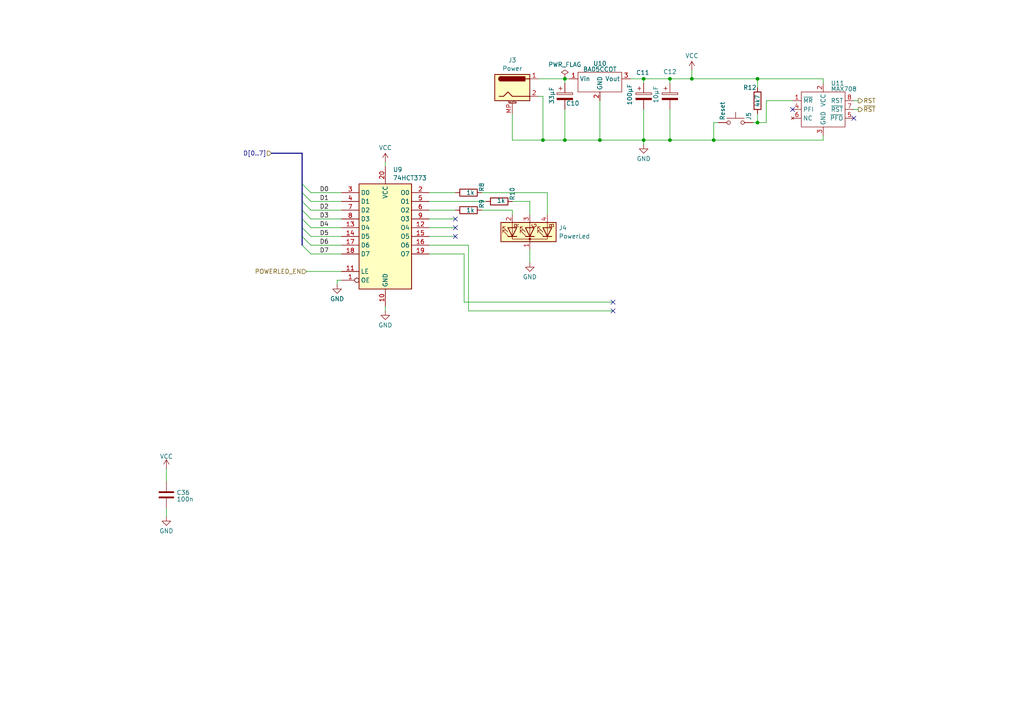
<source format=kicad_sch>
(kicad_sch
	(version 20231120)
	(generator "eeschema")
	(generator_version "8.0")
	(uuid "07ac2621-b141-4284-8c2f-efdbae4683df")
	(paper "A4")
	(lib_symbols
		(symbol "74xx:74LS373"
			(exclude_from_sim no)
			(in_bom yes)
			(on_board yes)
			(property "Reference" "U"
				(at -7.62 16.51 0)
				(effects
					(font
						(size 1.27 1.27)
					)
				)
			)
			(property "Value" "74LS373"
				(at -7.62 -16.51 0)
				(effects
					(font
						(size 1.27 1.27)
					)
				)
			)
			(property "Footprint" ""
				(at 0 0 0)
				(effects
					(font
						(size 1.27 1.27)
					)
					(hide yes)
				)
			)
			(property "Datasheet" "http://www.ti.com/lit/gpn/sn74LS373"
				(at 0 0 0)
				(effects
					(font
						(size 1.27 1.27)
					)
					(hide yes)
				)
			)
			(property "Description" "8-bit Latch, 3-state outputs"
				(at 0 0 0)
				(effects
					(font
						(size 1.27 1.27)
					)
					(hide yes)
				)
			)
			(property "ki_keywords" "TTL REG DFF DFF8 LATCH"
				(at 0 0 0)
				(effects
					(font
						(size 1.27 1.27)
					)
					(hide yes)
				)
			)
			(property "ki_fp_filters" "DIP?20* SOIC?20* SO?20* SSOP?20* TSSOP?20*"
				(at 0 0 0)
				(effects
					(font
						(size 1.27 1.27)
					)
					(hide yes)
				)
			)
			(symbol "74LS373_1_0"
				(pin input inverted
					(at -12.7 -12.7 0)
					(length 5.08)
					(name "OE"
						(effects
							(font
								(size 1.27 1.27)
							)
						)
					)
					(number "1"
						(effects
							(font
								(size 1.27 1.27)
							)
						)
					)
				)
				(pin power_in line
					(at 0 -20.32 90)
					(length 5.08)
					(name "GND"
						(effects
							(font
								(size 1.27 1.27)
							)
						)
					)
					(number "10"
						(effects
							(font
								(size 1.27 1.27)
							)
						)
					)
				)
				(pin input line
					(at -12.7 -10.16 0)
					(length 5.08)
					(name "LE"
						(effects
							(font
								(size 1.27 1.27)
							)
						)
					)
					(number "11"
						(effects
							(font
								(size 1.27 1.27)
							)
						)
					)
				)
				(pin tri_state line
					(at 12.7 2.54 180)
					(length 5.08)
					(name "O4"
						(effects
							(font
								(size 1.27 1.27)
							)
						)
					)
					(number "12"
						(effects
							(font
								(size 1.27 1.27)
							)
						)
					)
				)
				(pin input line
					(at -12.7 2.54 0)
					(length 5.08)
					(name "D4"
						(effects
							(font
								(size 1.27 1.27)
							)
						)
					)
					(number "13"
						(effects
							(font
								(size 1.27 1.27)
							)
						)
					)
				)
				(pin input line
					(at -12.7 0 0)
					(length 5.08)
					(name "D5"
						(effects
							(font
								(size 1.27 1.27)
							)
						)
					)
					(number "14"
						(effects
							(font
								(size 1.27 1.27)
							)
						)
					)
				)
				(pin tri_state line
					(at 12.7 0 180)
					(length 5.08)
					(name "O5"
						(effects
							(font
								(size 1.27 1.27)
							)
						)
					)
					(number "15"
						(effects
							(font
								(size 1.27 1.27)
							)
						)
					)
				)
				(pin tri_state line
					(at 12.7 -2.54 180)
					(length 5.08)
					(name "O6"
						(effects
							(font
								(size 1.27 1.27)
							)
						)
					)
					(number "16"
						(effects
							(font
								(size 1.27 1.27)
							)
						)
					)
				)
				(pin input line
					(at -12.7 -2.54 0)
					(length 5.08)
					(name "D6"
						(effects
							(font
								(size 1.27 1.27)
							)
						)
					)
					(number "17"
						(effects
							(font
								(size 1.27 1.27)
							)
						)
					)
				)
				(pin input line
					(at -12.7 -5.08 0)
					(length 5.08)
					(name "D7"
						(effects
							(font
								(size 1.27 1.27)
							)
						)
					)
					(number "18"
						(effects
							(font
								(size 1.27 1.27)
							)
						)
					)
				)
				(pin tri_state line
					(at 12.7 -5.08 180)
					(length 5.08)
					(name "O7"
						(effects
							(font
								(size 1.27 1.27)
							)
						)
					)
					(number "19"
						(effects
							(font
								(size 1.27 1.27)
							)
						)
					)
				)
				(pin tri_state line
					(at 12.7 12.7 180)
					(length 5.08)
					(name "O0"
						(effects
							(font
								(size 1.27 1.27)
							)
						)
					)
					(number "2"
						(effects
							(font
								(size 1.27 1.27)
							)
						)
					)
				)
				(pin power_in line
					(at 0 20.32 270)
					(length 5.08)
					(name "VCC"
						(effects
							(font
								(size 1.27 1.27)
							)
						)
					)
					(number "20"
						(effects
							(font
								(size 1.27 1.27)
							)
						)
					)
				)
				(pin input line
					(at -12.7 12.7 0)
					(length 5.08)
					(name "D0"
						(effects
							(font
								(size 1.27 1.27)
							)
						)
					)
					(number "3"
						(effects
							(font
								(size 1.27 1.27)
							)
						)
					)
				)
				(pin input line
					(at -12.7 10.16 0)
					(length 5.08)
					(name "D1"
						(effects
							(font
								(size 1.27 1.27)
							)
						)
					)
					(number "4"
						(effects
							(font
								(size 1.27 1.27)
							)
						)
					)
				)
				(pin tri_state line
					(at 12.7 10.16 180)
					(length 5.08)
					(name "O1"
						(effects
							(font
								(size 1.27 1.27)
							)
						)
					)
					(number "5"
						(effects
							(font
								(size 1.27 1.27)
							)
						)
					)
				)
				(pin tri_state line
					(at 12.7 7.62 180)
					(length 5.08)
					(name "O2"
						(effects
							(font
								(size 1.27 1.27)
							)
						)
					)
					(number "6"
						(effects
							(font
								(size 1.27 1.27)
							)
						)
					)
				)
				(pin input line
					(at -12.7 7.62 0)
					(length 5.08)
					(name "D2"
						(effects
							(font
								(size 1.27 1.27)
							)
						)
					)
					(number "7"
						(effects
							(font
								(size 1.27 1.27)
							)
						)
					)
				)
				(pin input line
					(at -12.7 5.08 0)
					(length 5.08)
					(name "D3"
						(effects
							(font
								(size 1.27 1.27)
							)
						)
					)
					(number "8"
						(effects
							(font
								(size 1.27 1.27)
							)
						)
					)
				)
				(pin tri_state line
					(at 12.7 5.08 180)
					(length 5.08)
					(name "O3"
						(effects
							(font
								(size 1.27 1.27)
							)
						)
					)
					(number "9"
						(effects
							(font
								(size 1.27 1.27)
							)
						)
					)
				)
			)
			(symbol "74LS373_1_1"
				(rectangle
					(start -7.62 15.24)
					(end 7.62 -15.24)
					(stroke
						(width 0.254)
						(type default)
					)
					(fill
						(type background)
					)
				)
			)
		)
		(symbol "Connector:Barrel_Jack_MountingPin"
			(pin_names hide)
			(exclude_from_sim no)
			(in_bom yes)
			(on_board yes)
			(property "Reference" "J"
				(at 0 5.334 0)
				(effects
					(font
						(size 1.27 1.27)
					)
				)
			)
			(property "Value" "Barrel_Jack_MountingPin"
				(at 1.27 -6.35 0)
				(effects
					(font
						(size 1.27 1.27)
					)
					(justify left)
				)
			)
			(property "Footprint" ""
				(at 1.27 -1.016 0)
				(effects
					(font
						(size 1.27 1.27)
					)
					(hide yes)
				)
			)
			(property "Datasheet" "~"
				(at 1.27 -1.016 0)
				(effects
					(font
						(size 1.27 1.27)
					)
					(hide yes)
				)
			)
			(property "Description" "DC Barrel Jack with a mounting pin"
				(at 0 0 0)
				(effects
					(font
						(size 1.27 1.27)
					)
					(hide yes)
				)
			)
			(property "ki_keywords" "DC power barrel jack connector"
				(at 0 0 0)
				(effects
					(font
						(size 1.27 1.27)
					)
					(hide yes)
				)
			)
			(property "ki_fp_filters" "BarrelJack*"
				(at 0 0 0)
				(effects
					(font
						(size 1.27 1.27)
					)
					(hide yes)
				)
			)
			(symbol "Barrel_Jack_MountingPin_0_1"
				(rectangle
					(start -5.08 3.81)
					(end 5.08 -3.81)
					(stroke
						(width 0.254)
						(type solid)
					)
					(fill
						(type background)
					)
				)
				(arc
					(start -3.302 3.175)
					(mid -3.937 2.54)
					(end -3.302 1.905)
					(stroke
						(width 0.254)
						(type solid)
					)
					(fill
						(type none)
					)
				)
				(arc
					(start -3.302 3.175)
					(mid -3.937 2.54)
					(end -3.302 1.905)
					(stroke
						(width 0.254)
						(type solid)
					)
					(fill
						(type outline)
					)
				)
				(polyline
					(pts
						(xy 5.08 2.54) (xy 3.81 2.54)
					)
					(stroke
						(width 0.254)
						(type solid)
					)
					(fill
						(type none)
					)
				)
				(polyline
					(pts
						(xy -3.81 -2.54) (xy -2.54 -2.54) (xy -1.27 -1.27) (xy 0 -2.54) (xy 2.54 -2.54) (xy 5.08 -2.54)
					)
					(stroke
						(width 0.254)
						(type solid)
					)
					(fill
						(type none)
					)
				)
				(rectangle
					(start 3.683 3.175)
					(end -3.302 1.905)
					(stroke
						(width 0.254)
						(type solid)
					)
					(fill
						(type outline)
					)
				)
			)
			(symbol "Barrel_Jack_MountingPin_1_1"
				(polyline
					(pts
						(xy -1.016 -4.572) (xy 1.016 -4.572)
					)
					(stroke
						(width 0.1524)
						(type solid)
					)
					(fill
						(type none)
					)
				)
				(text "Mounting"
					(at 0 -4.191 0)
					(effects
						(font
							(size 0.381 0.381)
						)
					)
				)
				(pin passive line
					(at 7.62 2.54 180)
					(length 2.54)
					(name "~"
						(effects
							(font
								(size 1.27 1.27)
							)
						)
					)
					(number "1"
						(effects
							(font
								(size 1.27 1.27)
							)
						)
					)
				)
				(pin passive line
					(at 7.62 -2.54 180)
					(length 2.54)
					(name "~"
						(effects
							(font
								(size 1.27 1.27)
							)
						)
					)
					(number "2"
						(effects
							(font
								(size 1.27 1.27)
							)
						)
					)
				)
				(pin passive line
					(at 0 -7.62 90)
					(length 3.048)
					(name "MountPin"
						(effects
							(font
								(size 1.27 1.27)
							)
						)
					)
					(number "MP"
						(effects
							(font
								(size 1.27 1.27)
							)
						)
					)
				)
			)
		)
		(symbol "Device:C"
			(pin_numbers hide)
			(pin_names
				(offset 0.254)
			)
			(exclude_from_sim no)
			(in_bom yes)
			(on_board yes)
			(property "Reference" "C"
				(at 0.635 2.54 0)
				(effects
					(font
						(size 1.27 1.27)
					)
					(justify left)
				)
			)
			(property "Value" "C"
				(at 0.635 -2.54 0)
				(effects
					(font
						(size 1.27 1.27)
					)
					(justify left)
				)
			)
			(property "Footprint" ""
				(at 0.9652 -3.81 0)
				(effects
					(font
						(size 1.27 1.27)
					)
					(hide yes)
				)
			)
			(property "Datasheet" "~"
				(at 0 0 0)
				(effects
					(font
						(size 1.27 1.27)
					)
					(hide yes)
				)
			)
			(property "Description" "Unpolarized capacitor"
				(at 0 0 0)
				(effects
					(font
						(size 1.27 1.27)
					)
					(hide yes)
				)
			)
			(property "ki_keywords" "cap capacitor"
				(at 0 0 0)
				(effects
					(font
						(size 1.27 1.27)
					)
					(hide yes)
				)
			)
			(property "ki_fp_filters" "C_*"
				(at 0 0 0)
				(effects
					(font
						(size 1.27 1.27)
					)
					(hide yes)
				)
			)
			(symbol "C_0_1"
				(polyline
					(pts
						(xy -2.032 -0.762) (xy 2.032 -0.762)
					)
					(stroke
						(width 0.508)
						(type default)
					)
					(fill
						(type none)
					)
				)
				(polyline
					(pts
						(xy -2.032 0.762) (xy 2.032 0.762)
					)
					(stroke
						(width 0.508)
						(type default)
					)
					(fill
						(type none)
					)
				)
			)
			(symbol "C_1_1"
				(pin passive line
					(at 0 3.81 270)
					(length 2.794)
					(name "~"
						(effects
							(font
								(size 1.27 1.27)
							)
						)
					)
					(number "1"
						(effects
							(font
								(size 1.27 1.27)
							)
						)
					)
				)
				(pin passive line
					(at 0 -3.81 90)
					(length 2.794)
					(name "~"
						(effects
							(font
								(size 1.27 1.27)
							)
						)
					)
					(number "2"
						(effects
							(font
								(size 1.27 1.27)
							)
						)
					)
				)
			)
		)
		(symbol "Device:C_Polarized"
			(pin_numbers hide)
			(pin_names
				(offset 0.254)
			)
			(exclude_from_sim no)
			(in_bom yes)
			(on_board yes)
			(property "Reference" "C"
				(at 0.635 2.54 0)
				(effects
					(font
						(size 1.27 1.27)
					)
					(justify left)
				)
			)
			(property "Value" "C_Polarized"
				(at 0.635 -2.54 0)
				(effects
					(font
						(size 1.27 1.27)
					)
					(justify left)
				)
			)
			(property "Footprint" ""
				(at 0.9652 -3.81 0)
				(effects
					(font
						(size 1.27 1.27)
					)
					(hide yes)
				)
			)
			(property "Datasheet" "~"
				(at 0 0 0)
				(effects
					(font
						(size 1.27 1.27)
					)
					(hide yes)
				)
			)
			(property "Description" "Polarized capacitor"
				(at 0 0 0)
				(effects
					(font
						(size 1.27 1.27)
					)
					(hide yes)
				)
			)
			(property "ki_keywords" "cap capacitor"
				(at 0 0 0)
				(effects
					(font
						(size 1.27 1.27)
					)
					(hide yes)
				)
			)
			(property "ki_fp_filters" "CP_*"
				(at 0 0 0)
				(effects
					(font
						(size 1.27 1.27)
					)
					(hide yes)
				)
			)
			(symbol "C_Polarized_0_1"
				(rectangle
					(start -2.286 0.508)
					(end 2.286 1.016)
					(stroke
						(width 0)
						(type default)
					)
					(fill
						(type none)
					)
				)
				(polyline
					(pts
						(xy -1.778 2.286) (xy -0.762 2.286)
					)
					(stroke
						(width 0)
						(type default)
					)
					(fill
						(type none)
					)
				)
				(polyline
					(pts
						(xy -1.27 2.794) (xy -1.27 1.778)
					)
					(stroke
						(width 0)
						(type default)
					)
					(fill
						(type none)
					)
				)
				(rectangle
					(start 2.286 -0.508)
					(end -2.286 -1.016)
					(stroke
						(width 0)
						(type default)
					)
					(fill
						(type outline)
					)
				)
			)
			(symbol "C_Polarized_1_1"
				(pin passive line
					(at 0 3.81 270)
					(length 2.794)
					(name "~"
						(effects
							(font
								(size 1.27 1.27)
							)
						)
					)
					(number "1"
						(effects
							(font
								(size 1.27 1.27)
							)
						)
					)
				)
				(pin passive line
					(at 0 -3.81 90)
					(length 2.794)
					(name "~"
						(effects
							(font
								(size 1.27 1.27)
							)
						)
					)
					(number "2"
						(effects
							(font
								(size 1.27 1.27)
							)
						)
					)
				)
			)
		)
		(symbol "Device:LED_KRGB"
			(pin_names
				(offset 0) hide)
			(exclude_from_sim no)
			(in_bom yes)
			(on_board yes)
			(property "Reference" "D"
				(at 0 9.398 0)
				(effects
					(font
						(size 1.27 1.27)
					)
				)
			)
			(property "Value" "LED_KRGB"
				(at 0 -8.89 0)
				(effects
					(font
						(size 1.27 1.27)
					)
				)
			)
			(property "Footprint" ""
				(at 0 -1.27 0)
				(effects
					(font
						(size 1.27 1.27)
					)
					(hide yes)
				)
			)
			(property "Datasheet" "~"
				(at 0 -1.27 0)
				(effects
					(font
						(size 1.27 1.27)
					)
					(hide yes)
				)
			)
			(property "Description" "RGB LED, cathode/red/green/blue"
				(at 0 0 0)
				(effects
					(font
						(size 1.27 1.27)
					)
					(hide yes)
				)
			)
			(property "ki_keywords" "LED RGB diode"
				(at 0 0 0)
				(effects
					(font
						(size 1.27 1.27)
					)
					(hide yes)
				)
			)
			(property "ki_fp_filters" "LED* LED_SMD:* LED_THT:*"
				(at 0 0 0)
				(effects
					(font
						(size 1.27 1.27)
					)
					(hide yes)
				)
			)
			(symbol "LED_KRGB_0_0"
				(text "B"
					(at 1.905 -6.35 0)
					(effects
						(font
							(size 1.27 1.27)
						)
					)
				)
				(text "G"
					(at 1.905 -1.27 0)
					(effects
						(font
							(size 1.27 1.27)
						)
					)
				)
				(text "R"
					(at 1.905 3.81 0)
					(effects
						(font
							(size 1.27 1.27)
						)
					)
				)
			)
			(symbol "LED_KRGB_0_1"
				(circle
					(center -2.032 0)
					(radius 0.254)
					(stroke
						(width 0)
						(type default)
					)
					(fill
						(type outline)
					)
				)
				(polyline
					(pts
						(xy -1.27 -5.08) (xy 1.27 -5.08)
					)
					(stroke
						(width 0)
						(type default)
					)
					(fill
						(type none)
					)
				)
				(polyline
					(pts
						(xy -1.27 -3.81) (xy -1.27 -6.35)
					)
					(stroke
						(width 0.254)
						(type default)
					)
					(fill
						(type none)
					)
				)
				(polyline
					(pts
						(xy -1.27 0) (xy -2.54 0)
					)
					(stroke
						(width 0)
						(type default)
					)
					(fill
						(type none)
					)
				)
				(polyline
					(pts
						(xy -1.27 1.27) (xy -1.27 -1.27)
					)
					(stroke
						(width 0.254)
						(type default)
					)
					(fill
						(type none)
					)
				)
				(polyline
					(pts
						(xy -1.27 5.08) (xy 1.27 5.08)
					)
					(stroke
						(width 0)
						(type default)
					)
					(fill
						(type none)
					)
				)
				(polyline
					(pts
						(xy -1.27 6.35) (xy -1.27 3.81)
					)
					(stroke
						(width 0.254)
						(type default)
					)
					(fill
						(type none)
					)
				)
				(polyline
					(pts
						(xy 1.27 -5.08) (xy 2.54 -5.08)
					)
					(stroke
						(width 0)
						(type default)
					)
					(fill
						(type none)
					)
				)
				(polyline
					(pts
						(xy 1.27 0) (xy -1.27 0)
					)
					(stroke
						(width 0)
						(type default)
					)
					(fill
						(type none)
					)
				)
				(polyline
					(pts
						(xy 1.27 0) (xy 2.54 0)
					)
					(stroke
						(width 0)
						(type default)
					)
					(fill
						(type none)
					)
				)
				(polyline
					(pts
						(xy 1.27 5.08) (xy 2.54 5.08)
					)
					(stroke
						(width 0)
						(type default)
					)
					(fill
						(type none)
					)
				)
				(polyline
					(pts
						(xy -1.27 1.27) (xy -1.27 -1.27) (xy -1.27 -1.27)
					)
					(stroke
						(width 0)
						(type default)
					)
					(fill
						(type none)
					)
				)
				(polyline
					(pts
						(xy -1.27 6.35) (xy -1.27 3.81) (xy -1.27 3.81)
					)
					(stroke
						(width 0)
						(type default)
					)
					(fill
						(type none)
					)
				)
				(polyline
					(pts
						(xy -1.27 5.08) (xy -2.032 5.08) (xy -2.032 -5.08) (xy -1.016 -5.08)
					)
					(stroke
						(width 0)
						(type default)
					)
					(fill
						(type none)
					)
				)
				(polyline
					(pts
						(xy 1.27 -3.81) (xy 1.27 -6.35) (xy -1.27 -5.08) (xy 1.27 -3.81)
					)
					(stroke
						(width 0.254)
						(type default)
					)
					(fill
						(type none)
					)
				)
				(polyline
					(pts
						(xy 1.27 1.27) (xy 1.27 -1.27) (xy -1.27 0) (xy 1.27 1.27)
					)
					(stroke
						(width 0.254)
						(type default)
					)
					(fill
						(type none)
					)
				)
				(polyline
					(pts
						(xy 1.27 6.35) (xy 1.27 3.81) (xy -1.27 5.08) (xy 1.27 6.35)
					)
					(stroke
						(width 0.254)
						(type default)
					)
					(fill
						(type none)
					)
				)
				(polyline
					(pts
						(xy -1.016 -3.81) (xy 0.508 -2.286) (xy -0.254 -2.286) (xy 0.508 -2.286) (xy 0.508 -3.048)
					)
					(stroke
						(width 0)
						(type default)
					)
					(fill
						(type none)
					)
				)
				(polyline
					(pts
						(xy -1.016 1.27) (xy 0.508 2.794) (xy -0.254 2.794) (xy 0.508 2.794) (xy 0.508 2.032)
					)
					(stroke
						(width 0)
						(type default)
					)
					(fill
						(type none)
					)
				)
				(polyline
					(pts
						(xy -1.016 6.35) (xy 0.508 7.874) (xy -0.254 7.874) (xy 0.508 7.874) (xy 0.508 7.112)
					)
					(stroke
						(width 0)
						(type default)
					)
					(fill
						(type none)
					)
				)
				(polyline
					(pts
						(xy 0 -3.81) (xy 1.524 -2.286) (xy 0.762 -2.286) (xy 1.524 -2.286) (xy 1.524 -3.048)
					)
					(stroke
						(width 0)
						(type default)
					)
					(fill
						(type none)
					)
				)
				(polyline
					(pts
						(xy 0 1.27) (xy 1.524 2.794) (xy 0.762 2.794) (xy 1.524 2.794) (xy 1.524 2.032)
					)
					(stroke
						(width 0)
						(type default)
					)
					(fill
						(type none)
					)
				)
				(polyline
					(pts
						(xy 0 6.35) (xy 1.524 7.874) (xy 0.762 7.874) (xy 1.524 7.874) (xy 1.524 7.112)
					)
					(stroke
						(width 0)
						(type default)
					)
					(fill
						(type none)
					)
				)
				(rectangle
					(start 1.27 -1.27)
					(end 1.27 1.27)
					(stroke
						(width 0)
						(type default)
					)
					(fill
						(type none)
					)
				)
				(rectangle
					(start 1.27 1.27)
					(end 1.27 1.27)
					(stroke
						(width 0)
						(type default)
					)
					(fill
						(type none)
					)
				)
				(rectangle
					(start 1.27 3.81)
					(end 1.27 6.35)
					(stroke
						(width 0)
						(type default)
					)
					(fill
						(type none)
					)
				)
				(rectangle
					(start 1.27 6.35)
					(end 1.27 6.35)
					(stroke
						(width 0)
						(type default)
					)
					(fill
						(type none)
					)
				)
				(rectangle
					(start 2.794 8.382)
					(end -2.794 -7.62)
					(stroke
						(width 0.254)
						(type default)
					)
					(fill
						(type background)
					)
				)
			)
			(symbol "LED_KRGB_1_1"
				(pin passive line
					(at -5.08 0 0)
					(length 2.54)
					(name "K"
						(effects
							(font
								(size 1.27 1.27)
							)
						)
					)
					(number "1"
						(effects
							(font
								(size 1.27 1.27)
							)
						)
					)
				)
				(pin passive line
					(at 5.08 5.08 180)
					(length 2.54)
					(name "RA"
						(effects
							(font
								(size 1.27 1.27)
							)
						)
					)
					(number "2"
						(effects
							(font
								(size 1.27 1.27)
							)
						)
					)
				)
				(pin passive line
					(at 5.08 0 180)
					(length 2.54)
					(name "GA"
						(effects
							(font
								(size 1.27 1.27)
							)
						)
					)
					(number "3"
						(effects
							(font
								(size 1.27 1.27)
							)
						)
					)
				)
				(pin passive line
					(at 5.08 -5.08 180)
					(length 2.54)
					(name "BA"
						(effects
							(font
								(size 1.27 1.27)
							)
						)
					)
					(number "4"
						(effects
							(font
								(size 1.27 1.27)
							)
						)
					)
				)
			)
		)
		(symbol "Device:R"
			(pin_numbers hide)
			(pin_names
				(offset 0)
			)
			(exclude_from_sim no)
			(in_bom yes)
			(on_board yes)
			(property "Reference" "R"
				(at 2.032 0 90)
				(effects
					(font
						(size 1.27 1.27)
					)
				)
			)
			(property "Value" "R"
				(at 0 0 90)
				(effects
					(font
						(size 1.27 1.27)
					)
				)
			)
			(property "Footprint" ""
				(at -1.778 0 90)
				(effects
					(font
						(size 1.27 1.27)
					)
					(hide yes)
				)
			)
			(property "Datasheet" "~"
				(at 0 0 0)
				(effects
					(font
						(size 1.27 1.27)
					)
					(hide yes)
				)
			)
			(property "Description" "Resistor"
				(at 0 0 0)
				(effects
					(font
						(size 1.27 1.27)
					)
					(hide yes)
				)
			)
			(property "ki_keywords" "R res resistor"
				(at 0 0 0)
				(effects
					(font
						(size 1.27 1.27)
					)
					(hide yes)
				)
			)
			(property "ki_fp_filters" "R_*"
				(at 0 0 0)
				(effects
					(font
						(size 1.27 1.27)
					)
					(hide yes)
				)
			)
			(symbol "R_0_1"
				(rectangle
					(start -1.016 -2.54)
					(end 1.016 2.54)
					(stroke
						(width 0.254)
						(type default)
					)
					(fill
						(type none)
					)
				)
			)
			(symbol "R_1_1"
				(pin passive line
					(at 0 3.81 270)
					(length 1.27)
					(name "~"
						(effects
							(font
								(size 1.27 1.27)
							)
						)
					)
					(number "1"
						(effects
							(font
								(size 1.27 1.27)
							)
						)
					)
				)
				(pin passive line
					(at 0 -3.81 90)
					(length 1.27)
					(name "~"
						(effects
							(font
								(size 1.27 1.27)
							)
						)
					)
					(number "2"
						(effects
							(font
								(size 1.27 1.27)
							)
						)
					)
				)
			)
		)
		(symbol "Switch:SW_Push"
			(pin_numbers hide)
			(pin_names
				(offset 1.016) hide)
			(exclude_from_sim no)
			(in_bom yes)
			(on_board yes)
			(property "Reference" "SW"
				(at 1.27 2.54 0)
				(effects
					(font
						(size 1.27 1.27)
					)
					(justify left)
				)
			)
			(property "Value" "SW_Push"
				(at 0 -1.524 0)
				(effects
					(font
						(size 1.27 1.27)
					)
				)
			)
			(property "Footprint" ""
				(at 0 5.08 0)
				(effects
					(font
						(size 1.27 1.27)
					)
					(hide yes)
				)
			)
			(property "Datasheet" "~"
				(at 0 5.08 0)
				(effects
					(font
						(size 1.27 1.27)
					)
					(hide yes)
				)
			)
			(property "Description" "Push button switch, generic, two pins"
				(at 0 0 0)
				(effects
					(font
						(size 1.27 1.27)
					)
					(hide yes)
				)
			)
			(property "ki_keywords" "switch normally-open pushbutton push-button"
				(at 0 0 0)
				(effects
					(font
						(size 1.27 1.27)
					)
					(hide yes)
				)
			)
			(symbol "SW_Push_0_1"
				(circle
					(center -2.032 0)
					(radius 0.508)
					(stroke
						(width 0)
						(type default)
					)
					(fill
						(type none)
					)
				)
				(polyline
					(pts
						(xy 0 1.27) (xy 0 3.048)
					)
					(stroke
						(width 0)
						(type default)
					)
					(fill
						(type none)
					)
				)
				(polyline
					(pts
						(xy 2.54 1.27) (xy -2.54 1.27)
					)
					(stroke
						(width 0)
						(type default)
					)
					(fill
						(type none)
					)
				)
				(circle
					(center 2.032 0)
					(radius 0.508)
					(stroke
						(width 0)
						(type default)
					)
					(fill
						(type none)
					)
				)
				(pin passive line
					(at -5.08 0 0)
					(length 2.54)
					(name "1"
						(effects
							(font
								(size 1.27 1.27)
							)
						)
					)
					(number "1"
						(effects
							(font
								(size 1.27 1.27)
							)
						)
					)
				)
				(pin passive line
					(at 5.08 0 180)
					(length 2.54)
					(name "2"
						(effects
							(font
								(size 1.27 1.27)
							)
						)
					)
					(number "2"
						(effects
							(font
								(size 1.27 1.27)
							)
						)
					)
				)
			)
		)
		(symbol "motherboard:BA05CC0T"
			(exclude_from_sim no)
			(in_bom yes)
			(on_board yes)
			(property "Reference" "U"
				(at 0 0 0)
				(effects
					(font
						(size 1.27 1.27)
					)
				)
			)
			(property "Value" ""
				(at 0 0 0)
				(effects
					(font
						(size 1.27 1.27)
					)
				)
			)
			(property "Footprint" ""
				(at 0 0 0)
				(effects
					(font
						(size 1.27 1.27)
					)
					(hide yes)
				)
			)
			(property "Datasheet" ""
				(at 0 0 0)
				(effects
					(font
						(size 1.27 1.27)
					)
					(hide yes)
				)
			)
			(property "Description" ""
				(at 0 0 0)
				(effects
					(font
						(size 1.27 1.27)
					)
					(hide yes)
				)
			)
			(symbol "BA05CC0T_0_1"
				(rectangle
					(start -3.81 8.255)
					(end 8.89 2.54)
					(stroke
						(width 0)
						(type default)
					)
					(fill
						(type none)
					)
				)
			)
			(symbol "BA05CC0T_1_1"
				(pin power_in line
					(at -6.35 6.35 0)
					(length 2.54)
					(name "Vin"
						(effects
							(font
								(size 1.27 1.27)
							)
						)
					)
					(number "1"
						(effects
							(font
								(size 1.27 1.27)
							)
						)
					)
				)
				(pin passive line
					(at 2.54 0 90)
					(length 2.54)
					(name "GND"
						(effects
							(font
								(size 1.27 1.27)
							)
						)
					)
					(number "2"
						(effects
							(font
								(size 1.27 1.27)
							)
						)
					)
				)
				(pin power_out line
					(at 11.43 6.35 180)
					(length 2.54)
					(name "Vout"
						(effects
							(font
								(size 1.27 1.27)
							)
						)
					)
					(number "3"
						(effects
							(font
								(size 1.27 1.27)
							)
						)
					)
				)
			)
		)
		(symbol "motherboard:MAX708"
			(exclude_from_sim no)
			(in_bom yes)
			(on_board yes)
			(property "Reference" "U"
				(at 0 0 0)
				(effects
					(font
						(size 1.27 1.27)
					)
				)
			)
			(property "Value" ""
				(at 0 0 0)
				(effects
					(font
						(size 1.27 1.27)
					)
				)
			)
			(property "Footprint" ""
				(at 0 0 0)
				(effects
					(font
						(size 1.27 1.27)
					)
					(hide yes)
				)
			)
			(property "Datasheet" ""
				(at 0 0 0)
				(effects
					(font
						(size 1.27 1.27)
					)
					(hide yes)
				)
			)
			(property "Description" ""
				(at 0 0 0)
				(effects
					(font
						(size 1.27 1.27)
					)
					(hide yes)
				)
			)
			(symbol "MAX708_0_1"
				(rectangle
					(start -1.27 -1.27)
					(end 11.43 -11.43)
					(stroke
						(width 0)
						(type default)
					)
					(fill
						(type none)
					)
				)
			)
			(symbol "MAX708_1_1"
				(pin input line
					(at -3.81 -3.81 0)
					(length 2.54)
					(name "~{MR}"
						(effects
							(font
								(size 1.27 1.27)
							)
						)
					)
					(number "1"
						(effects
							(font
								(size 1.27 1.27)
							)
						)
					)
				)
				(pin power_in line
					(at 5.08 1.27 270)
					(length 2.54)
					(name "VCC"
						(effects
							(font
								(size 1.27 1.27)
							)
						)
					)
					(number "2"
						(effects
							(font
								(size 1.27 1.27)
							)
						)
					)
				)
				(pin power_in line
					(at 5.08 -13.97 90)
					(length 2.54)
					(name "GND"
						(effects
							(font
								(size 1.27 1.27)
							)
						)
					)
					(number "3"
						(effects
							(font
								(size 1.27 1.27)
							)
						)
					)
				)
				(pin input line
					(at -3.81 -6.35 0)
					(length 2.54)
					(name "PFI"
						(effects
							(font
								(size 1.27 1.27)
							)
						)
					)
					(number "4"
						(effects
							(font
								(size 1.27 1.27)
							)
						)
					)
				)
				(pin output line
					(at 13.97 -8.89 180)
					(length 2.54)
					(name "~{PFO}"
						(effects
							(font
								(size 1.27 1.27)
							)
						)
					)
					(number "5"
						(effects
							(font
								(size 1.27 1.27)
							)
						)
					)
				)
				(pin no_connect line
					(at -3.81 -8.89 0)
					(length 2.54)
					(name "NC"
						(effects
							(font
								(size 1.27 1.27)
							)
						)
					)
					(number "6"
						(effects
							(font
								(size 1.27 1.27)
							)
						)
					)
				)
				(pin output line
					(at 13.97 -6.35 180)
					(length 2.54)
					(name "~{RST}"
						(effects
							(font
								(size 1.27 1.27)
							)
						)
					)
					(number "7"
						(effects
							(font
								(size 1.27 1.27)
							)
						)
					)
				)
				(pin output line
					(at 13.97 -3.81 180)
					(length 2.54)
					(name "RST"
						(effects
							(font
								(size 1.27 1.27)
							)
						)
					)
					(number "8"
						(effects
							(font
								(size 1.27 1.27)
							)
						)
					)
				)
			)
		)
		(symbol "power:GND"
			(power)
			(pin_numbers hide)
			(pin_names
				(offset 0) hide)
			(exclude_from_sim no)
			(in_bom yes)
			(on_board yes)
			(property "Reference" "#PWR"
				(at 0 -6.35 0)
				(effects
					(font
						(size 1.27 1.27)
					)
					(hide yes)
				)
			)
			(property "Value" "GND"
				(at 0 -3.81 0)
				(effects
					(font
						(size 1.27 1.27)
					)
				)
			)
			(property "Footprint" ""
				(at 0 0 0)
				(effects
					(font
						(size 1.27 1.27)
					)
					(hide yes)
				)
			)
			(property "Datasheet" ""
				(at 0 0 0)
				(effects
					(font
						(size 1.27 1.27)
					)
					(hide yes)
				)
			)
			(property "Description" "Power symbol creates a global label with name \"GND\" , ground"
				(at 0 0 0)
				(effects
					(font
						(size 1.27 1.27)
					)
					(hide yes)
				)
			)
			(property "ki_keywords" "global power"
				(at 0 0 0)
				(effects
					(font
						(size 1.27 1.27)
					)
					(hide yes)
				)
			)
			(symbol "GND_0_1"
				(polyline
					(pts
						(xy 0 0) (xy 0 -1.27) (xy 1.27 -1.27) (xy 0 -2.54) (xy -1.27 -1.27) (xy 0 -1.27)
					)
					(stroke
						(width 0)
						(type default)
					)
					(fill
						(type none)
					)
				)
			)
			(symbol "GND_1_1"
				(pin power_in line
					(at 0 0 270)
					(length 0)
					(name "~"
						(effects
							(font
								(size 1.27 1.27)
							)
						)
					)
					(number "1"
						(effects
							(font
								(size 1.27 1.27)
							)
						)
					)
				)
			)
		)
		(symbol "power:PWR_FLAG"
			(power)
			(pin_numbers hide)
			(pin_names
				(offset 0) hide)
			(exclude_from_sim no)
			(in_bom yes)
			(on_board yes)
			(property "Reference" "#FLG"
				(at 0 1.905 0)
				(effects
					(font
						(size 1.27 1.27)
					)
					(hide yes)
				)
			)
			(property "Value" "PWR_FLAG"
				(at 0 3.81 0)
				(effects
					(font
						(size 1.27 1.27)
					)
				)
			)
			(property "Footprint" ""
				(at 0 0 0)
				(effects
					(font
						(size 1.27 1.27)
					)
					(hide yes)
				)
			)
			(property "Datasheet" "~"
				(at 0 0 0)
				(effects
					(font
						(size 1.27 1.27)
					)
					(hide yes)
				)
			)
			(property "Description" "Special symbol for telling ERC where power comes from"
				(at 0 0 0)
				(effects
					(font
						(size 1.27 1.27)
					)
					(hide yes)
				)
			)
			(property "ki_keywords" "flag power"
				(at 0 0 0)
				(effects
					(font
						(size 1.27 1.27)
					)
					(hide yes)
				)
			)
			(symbol "PWR_FLAG_0_0"
				(pin power_out line
					(at 0 0 90)
					(length 0)
					(name "~"
						(effects
							(font
								(size 1.27 1.27)
							)
						)
					)
					(number "1"
						(effects
							(font
								(size 1.27 1.27)
							)
						)
					)
				)
			)
			(symbol "PWR_FLAG_0_1"
				(polyline
					(pts
						(xy 0 0) (xy 0 1.27) (xy -1.016 1.905) (xy 0 2.54) (xy 1.016 1.905) (xy 0 1.27)
					)
					(stroke
						(width 0)
						(type default)
					)
					(fill
						(type none)
					)
				)
			)
		)
		(symbol "power:VCC"
			(power)
			(pin_numbers hide)
			(pin_names
				(offset 0) hide)
			(exclude_from_sim no)
			(in_bom yes)
			(on_board yes)
			(property "Reference" "#PWR"
				(at 0 -3.81 0)
				(effects
					(font
						(size 1.27 1.27)
					)
					(hide yes)
				)
			)
			(property "Value" "VCC"
				(at 0 3.556 0)
				(effects
					(font
						(size 1.27 1.27)
					)
				)
			)
			(property "Footprint" ""
				(at 0 0 0)
				(effects
					(font
						(size 1.27 1.27)
					)
					(hide yes)
				)
			)
			(property "Datasheet" ""
				(at 0 0 0)
				(effects
					(font
						(size 1.27 1.27)
					)
					(hide yes)
				)
			)
			(property "Description" "Power symbol creates a global label with name \"VCC\""
				(at 0 0 0)
				(effects
					(font
						(size 1.27 1.27)
					)
					(hide yes)
				)
			)
			(property "ki_keywords" "global power"
				(at 0 0 0)
				(effects
					(font
						(size 1.27 1.27)
					)
					(hide yes)
				)
			)
			(symbol "VCC_0_1"
				(polyline
					(pts
						(xy -0.762 1.27) (xy 0 2.54)
					)
					(stroke
						(width 0)
						(type default)
					)
					(fill
						(type none)
					)
				)
				(polyline
					(pts
						(xy 0 0) (xy 0 2.54)
					)
					(stroke
						(width 0)
						(type default)
					)
					(fill
						(type none)
					)
				)
				(polyline
					(pts
						(xy 0 2.54) (xy 0.762 1.27)
					)
					(stroke
						(width 0)
						(type default)
					)
					(fill
						(type none)
					)
				)
			)
			(symbol "VCC_1_1"
				(pin power_in line
					(at 0 0 90)
					(length 0)
					(name "~"
						(effects
							(font
								(size 1.27 1.27)
							)
						)
					)
					(number "1"
						(effects
							(font
								(size 1.27 1.27)
							)
						)
					)
				)
			)
		)
	)
	(junction
		(at 173.99 40.64)
		(diameter 0)
		(color 0 0 0 0)
		(uuid "1591e776-d113-4148-aacc-024305e00a7d")
	)
	(junction
		(at 219.71 22.86)
		(diameter 0)
		(color 0 0 0 0)
		(uuid "209f4392-e3e7-4cc2-99e9-8750a2d6ab40")
	)
	(junction
		(at 219.71 35.56)
		(diameter 0)
		(color 0 0 0 0)
		(uuid "21945628-96ef-45ca-9f22-9f7aa06a9e96")
	)
	(junction
		(at 163.83 40.64)
		(diameter 0)
		(color 0 0 0 0)
		(uuid "3a86189f-a8e4-4980-bb39-e7687587ddb7")
	)
	(junction
		(at 200.66 22.86)
		(diameter 0)
		(color 0 0 0 0)
		(uuid "51d7e15a-511d-4e84-898c-f939370e0df6")
	)
	(junction
		(at 194.31 40.64)
		(diameter 0)
		(color 0 0 0 0)
		(uuid "5e98227c-ef6c-4f4f-8fa7-1d6d478e2d56")
	)
	(junction
		(at 186.69 40.64)
		(diameter 0)
		(color 0 0 0 0)
		(uuid "68c873bc-c763-4eb0-8c4b-e4e14f045b54")
	)
	(junction
		(at 207.01 40.64)
		(diameter 0)
		(color 0 0 0 0)
		(uuid "79500238-152a-4078-b517-641e4fb5f149")
	)
	(junction
		(at 186.69 22.86)
		(diameter 0)
		(color 0 0 0 0)
		(uuid "81104618-636e-43c7-bd51-9bca7be447f6")
	)
	(junction
		(at 194.31 22.86)
		(diameter 0)
		(color 0 0 0 0)
		(uuid "dfaeb9f3-b0dc-433f-be0a-41d3a2455dce")
	)
	(junction
		(at 157.48 40.64)
		(diameter 0)
		(color 0 0 0 0)
		(uuid "e6f560a0-2285-4814-aa13-b14e9cac9797")
	)
	(junction
		(at 163.83 22.86)
		(diameter 0)
		(color 0 0 0 0)
		(uuid "efbfe8b4-ee3c-405b-a60d-ca536e30084c")
	)
	(no_connect
		(at 132.08 63.5)
		(uuid "264089a6-8ec9-4355-a43f-e008edc57d02")
	)
	(no_connect
		(at 132.08 66.04)
		(uuid "2e7086b1-bec5-495c-9ba3-050424e5d9dc")
	)
	(no_connect
		(at 177.8 90.17)
		(uuid "5afdc1b6-7478-4429-84a6-9b6b9e3fb9e2")
	)
	(no_connect
		(at 229.87 31.75)
		(uuid "674a5f50-d6f9-434c-a342-85efa161c766")
	)
	(no_connect
		(at 177.8 87.63)
		(uuid "b30e4447-cf8b-4bfd-8816-9227e666ec97")
	)
	(no_connect
		(at 132.08 68.58)
		(uuid "c37eca99-7460-436d-add8-4f1c991f7ea9")
	)
	(no_connect
		(at 247.65 34.29)
		(uuid "e28f257b-0fdf-420d-a9d0-4d0d8197536e")
	)
	(bus_entry
		(at 87.63 63.5)
		(size 2.54 2.54)
		(stroke
			(width 0)
			(type default)
		)
		(uuid "21962d6b-79be-437a-9c57-37e9139ea13c")
	)
	(bus_entry
		(at 87.63 71.12)
		(size 2.54 2.54)
		(stroke
			(width 0)
			(type default)
		)
		(uuid "2e43581d-dd9d-4e43-b325-7b157a22047f")
	)
	(bus_entry
		(at 87.63 58.42)
		(size 2.54 2.54)
		(stroke
			(width 0)
			(type default)
		)
		(uuid "2ffbbad2-da16-4c47-99d8-b41aee91dd00")
	)
	(bus_entry
		(at 87.63 66.04)
		(size 2.54 2.54)
		(stroke
			(width 0)
			(type default)
		)
		(uuid "7c34e19e-78db-41c4-85cc-0634056e3abd")
	)
	(bus_entry
		(at 87.63 55.88)
		(size 2.54 2.54)
		(stroke
			(width 0)
			(type default)
		)
		(uuid "9211829a-1b66-4694-be09-a765ef69cc85")
	)
	(bus_entry
		(at 87.63 60.96)
		(size 2.54 2.54)
		(stroke
			(width 0)
			(type default)
		)
		(uuid "b42c685d-b5bb-4a41-a864-f287848293b3")
	)
	(bus_entry
		(at 87.63 68.58)
		(size 2.54 2.54)
		(stroke
			(width 0)
			(type default)
		)
		(uuid "b6ef190f-4861-4a56-aa80-ade6d4204267")
	)
	(bus_entry
		(at 87.63 53.34)
		(size 2.54 2.54)
		(stroke
			(width 0)
			(type default)
		)
		(uuid "e5d69596-7ff5-481a-ad57-7afe61bfc522")
	)
	(wire
		(pts
			(xy 238.76 22.86) (xy 238.76 24.13)
		)
		(stroke
			(width 0)
			(type default)
		)
		(uuid "059b4eed-bc85-4b41-ac3a-96687fa5790f")
	)
	(wire
		(pts
			(xy 90.17 60.96) (xy 99.06 60.96)
		)
		(stroke
			(width 0)
			(type default)
		)
		(uuid "09d1042b-99c1-4ae3-ad2e-97497316fe8e")
	)
	(wire
		(pts
			(xy 111.76 88.9) (xy 111.76 90.17)
		)
		(stroke
			(width 0)
			(type default)
		)
		(uuid "0bce03b3-c58c-4b94-a6a9-a1d61dacdcf4")
	)
	(bus
		(pts
			(xy 87.63 60.96) (xy 87.63 63.5)
		)
		(stroke
			(width 0)
			(type default)
		)
		(uuid "0ec9643e-df61-47f5-aba5-a9e207b42ebf")
	)
	(wire
		(pts
			(xy 139.7 55.88) (xy 158.75 55.88)
		)
		(stroke
			(width 0)
			(type default)
		)
		(uuid "14023031-ba26-4bff-8630-ee6bbcbb4404")
	)
	(bus
		(pts
			(xy 78.74 44.45) (xy 87.63 44.45)
		)
		(stroke
			(width 0)
			(type default)
		)
		(uuid "159f60cc-bef5-4832-8cbc-981ea314a169")
	)
	(wire
		(pts
			(xy 148.59 58.42) (xy 153.67 58.42)
		)
		(stroke
			(width 0)
			(type default)
		)
		(uuid "174ab6dd-1706-4a34-b65a-6f2c5176e927")
	)
	(wire
		(pts
			(xy 173.99 40.64) (xy 186.69 40.64)
		)
		(stroke
			(width 0)
			(type default)
		)
		(uuid "19ad0ca7-8d01-4e4d-ace9-455657e10a14")
	)
	(wire
		(pts
			(xy 200.66 22.86) (xy 219.71 22.86)
		)
		(stroke
			(width 0)
			(type default)
		)
		(uuid "1c050ca8-414e-49a8-9882-4251dfc80c4e")
	)
	(wire
		(pts
			(xy 148.59 33.02) (xy 148.59 40.64)
		)
		(stroke
			(width 0)
			(type default)
		)
		(uuid "1d0c5a38-7f2c-400d-94d3-7d98ec80d309")
	)
	(wire
		(pts
			(xy 238.76 39.37) (xy 238.76 40.64)
		)
		(stroke
			(width 0)
			(type default)
		)
		(uuid "24aa4a1c-7a75-4aae-8349-2248b6dbfaa7")
	)
	(wire
		(pts
			(xy 124.46 58.42) (xy 140.97 58.42)
		)
		(stroke
			(width 0)
			(type default)
		)
		(uuid "2687d56a-a91c-4f51-a24d-905f9bbb468e")
	)
	(wire
		(pts
			(xy 90.17 68.58) (xy 99.06 68.58)
		)
		(stroke
			(width 0)
			(type default)
		)
		(uuid "280af0c4-145c-416f-836c-91d0d5c968d4")
	)
	(wire
		(pts
			(xy 194.31 22.86) (xy 200.66 22.86)
		)
		(stroke
			(width 0)
			(type default)
		)
		(uuid "2c57e28d-5a7c-43d6-b447-d9e8b730ee34")
	)
	(wire
		(pts
			(xy 219.71 35.56) (xy 222.25 35.56)
		)
		(stroke
			(width 0)
			(type default)
		)
		(uuid "2cd5c5c6-33ef-49eb-bfb0-9687e2bc3e8d")
	)
	(wire
		(pts
			(xy 124.46 63.5) (xy 132.08 63.5)
		)
		(stroke
			(width 0)
			(type default)
		)
		(uuid "3059a362-4f74-40a1-9aac-e5a80ad6ac8b")
	)
	(wire
		(pts
			(xy 134.62 87.63) (xy 177.8 87.63)
		)
		(stroke
			(width 0)
			(type default)
		)
		(uuid "3111112a-fa28-43c5-a491-59327966f958")
	)
	(wire
		(pts
			(xy 163.83 22.86) (xy 165.1 22.86)
		)
		(stroke
			(width 0)
			(type default)
		)
		(uuid "328848b6-ad2c-4c90-88bf-aedc711f7c94")
	)
	(wire
		(pts
			(xy 148.59 60.96) (xy 148.59 62.23)
		)
		(stroke
			(width 0)
			(type default)
		)
		(uuid "329a94f9-b13a-4aff-93b3-c636d826a0fc")
	)
	(wire
		(pts
			(xy 173.99 29.21) (xy 173.99 40.64)
		)
		(stroke
			(width 0)
			(type default)
		)
		(uuid "364f85c0-a1b3-4cc8-85ee-63f4770cf898")
	)
	(wire
		(pts
			(xy 222.25 35.56) (xy 222.25 29.21)
		)
		(stroke
			(width 0)
			(type default)
		)
		(uuid "38efe103-5be8-476d-b491-db16be4121ae")
	)
	(wire
		(pts
			(xy 134.62 73.66) (xy 134.62 87.63)
		)
		(stroke
			(width 0)
			(type default)
		)
		(uuid "3cd90761-cb7b-4210-9db7-810612d8308d")
	)
	(wire
		(pts
			(xy 124.46 71.12) (xy 135.89 71.12)
		)
		(stroke
			(width 0)
			(type default)
		)
		(uuid "3df1c2f0-91f9-4f2e-a469-59eb1c3b4fb2")
	)
	(wire
		(pts
			(xy 219.71 22.86) (xy 238.76 22.86)
		)
		(stroke
			(width 0)
			(type default)
		)
		(uuid "4145bf22-ed96-49c7-96b2-d3898deb4063")
	)
	(wire
		(pts
			(xy 153.67 72.39) (xy 153.67 76.2)
		)
		(stroke
			(width 0)
			(type default)
		)
		(uuid "441e9468-b475-4cc8-9075-72a02226a1d5")
	)
	(wire
		(pts
			(xy 124.46 73.66) (xy 134.62 73.66)
		)
		(stroke
			(width 0)
			(type default)
		)
		(uuid "44bf6fd4-432e-45d1-8872-6c4a25f9f2a9")
	)
	(wire
		(pts
			(xy 153.67 58.42) (xy 153.67 62.23)
		)
		(stroke
			(width 0)
			(type default)
		)
		(uuid "45a29378-55e2-424e-9cbe-71ce32949297")
	)
	(wire
		(pts
			(xy 124.46 60.96) (xy 132.08 60.96)
		)
		(stroke
			(width 0)
			(type default)
		)
		(uuid "492288b5-5b4b-4415-b4b2-e4cf1f754612")
	)
	(wire
		(pts
			(xy 194.31 22.86) (xy 194.31 24.13)
		)
		(stroke
			(width 0)
			(type default)
		)
		(uuid "4f74798e-41a3-47bb-b4f4-edce4eb72728")
	)
	(wire
		(pts
			(xy 88.9 78.74) (xy 99.06 78.74)
		)
		(stroke
			(width 0)
			(type default)
		)
		(uuid "55a8232a-0bae-44c7-b26b-a1d8cd0c7986")
	)
	(wire
		(pts
			(xy 124.46 68.58) (xy 132.08 68.58)
		)
		(stroke
			(width 0)
			(type default)
		)
		(uuid "63e78507-dfb0-4346-ae8c-eaa89c09b46e")
	)
	(wire
		(pts
			(xy 124.46 55.88) (xy 132.08 55.88)
		)
		(stroke
			(width 0)
			(type default)
		)
		(uuid "670545ac-62a8-4d64-89ef-0778feec1b25")
	)
	(bus
		(pts
			(xy 87.63 44.45) (xy 87.63 53.34)
		)
		(stroke
			(width 0)
			(type default)
		)
		(uuid "67f6e51a-f024-4758-8ef3-9806012bfaab")
	)
	(wire
		(pts
			(xy 222.25 29.21) (xy 229.87 29.21)
		)
		(stroke
			(width 0)
			(type default)
		)
		(uuid "689ce561-28f5-44c5-81b4-befb5594d436")
	)
	(wire
		(pts
			(xy 186.69 40.64) (xy 186.69 41.91)
		)
		(stroke
			(width 0)
			(type default)
		)
		(uuid "68e21c80-1ee8-4ff8-9287-64bd847e9ed2")
	)
	(bus
		(pts
			(xy 87.63 53.34) (xy 87.63 55.88)
		)
		(stroke
			(width 0)
			(type default)
		)
		(uuid "69edbb7f-28e7-4db0-aacb-590373e6872f")
	)
	(wire
		(pts
			(xy 90.17 63.5) (xy 99.06 63.5)
		)
		(stroke
			(width 0)
			(type default)
		)
		(uuid "6bae4386-1a70-4f55-a753-e5548ed04686")
	)
	(wire
		(pts
			(xy 156.21 22.86) (xy 163.83 22.86)
		)
		(stroke
			(width 0)
			(type default)
		)
		(uuid "6c9a6ba5-6adb-417b-8cf1-7aaa672890eb")
	)
	(wire
		(pts
			(xy 48.26 147.32) (xy 48.26 149.86)
		)
		(stroke
			(width 0)
			(type default)
		)
		(uuid "6f1ba749-9b5c-4508-823e-43dbe20fefc4")
	)
	(wire
		(pts
			(xy 48.26 135.89) (xy 48.26 139.7)
		)
		(stroke
			(width 0)
			(type default)
		)
		(uuid "725d6b21-04b6-4f41-a0b3-cce5d80c4d54")
	)
	(wire
		(pts
			(xy 158.75 55.88) (xy 158.75 62.23)
		)
		(stroke
			(width 0)
			(type default)
		)
		(uuid "751983fb-4e32-45e0-803a-6b4ae8c751eb")
	)
	(wire
		(pts
			(xy 157.48 40.64) (xy 163.83 40.64)
		)
		(stroke
			(width 0)
			(type default)
		)
		(uuid "763f9f38-79b1-42d4-b766-e0f15d4666df")
	)
	(wire
		(pts
			(xy 219.71 22.86) (xy 219.71 25.4)
		)
		(stroke
			(width 0)
			(type default)
		)
		(uuid "76d5d879-b52b-4fb1-8b46-eaa7ca9220b3")
	)
	(wire
		(pts
			(xy 219.71 33.02) (xy 219.71 35.56)
		)
		(stroke
			(width 0)
			(type default)
		)
		(uuid "76fb8465-b1c1-448e-b74f-dab891224155")
	)
	(wire
		(pts
			(xy 207.01 35.56) (xy 208.28 35.56)
		)
		(stroke
			(width 0)
			(type default)
		)
		(uuid "783fe4a3-e9ba-4ae9-afb2-de8ce46f118e")
	)
	(bus
		(pts
			(xy 87.63 55.88) (xy 87.63 58.42)
		)
		(stroke
			(width 0)
			(type default)
		)
		(uuid "811d5a99-6fd0-485c-91c1-90ba48d9af5a")
	)
	(wire
		(pts
			(xy 90.17 66.04) (xy 99.06 66.04)
		)
		(stroke
			(width 0)
			(type default)
		)
		(uuid "863f5e62-8cad-470b-ac98-b55b9bb04547")
	)
	(wire
		(pts
			(xy 148.59 40.64) (xy 157.48 40.64)
		)
		(stroke
			(width 0)
			(type default)
		)
		(uuid "8773d6b8-91ee-443d-9759-0c4727bd30d3")
	)
	(wire
		(pts
			(xy 90.17 71.12) (xy 99.06 71.12)
		)
		(stroke
			(width 0)
			(type default)
		)
		(uuid "8abfc2b7-f167-457d-9747-a9b414895e6b")
	)
	(wire
		(pts
			(xy 90.17 73.66) (xy 99.06 73.66)
		)
		(stroke
			(width 0)
			(type default)
		)
		(uuid "8d5f3c6d-5a88-41fd-9504-0263da9c0d23")
	)
	(wire
		(pts
			(xy 156.21 27.94) (xy 157.48 27.94)
		)
		(stroke
			(width 0)
			(type default)
		)
		(uuid "8dc0e824-4829-4af7-bd9d-1023d07cb640")
	)
	(wire
		(pts
			(xy 124.46 66.04) (xy 132.08 66.04)
		)
		(stroke
			(width 0)
			(type default)
		)
		(uuid "971464dc-3d6f-45d7-8ba7-4933a43fef87")
	)
	(wire
		(pts
			(xy 247.65 31.75) (xy 248.92 31.75)
		)
		(stroke
			(width 0)
			(type default)
		)
		(uuid "97aa2f11-4281-4462-b222-c7efecdfa863")
	)
	(wire
		(pts
			(xy 139.7 60.96) (xy 148.59 60.96)
		)
		(stroke
			(width 0)
			(type default)
		)
		(uuid "9b63e627-760b-44f6-946c-2d7758c0fee7")
	)
	(wire
		(pts
			(xy 194.31 40.64) (xy 207.01 40.64)
		)
		(stroke
			(width 0)
			(type default)
		)
		(uuid "9e4cdff7-16e0-432d-a380-0436518adb69")
	)
	(wire
		(pts
			(xy 218.44 35.56) (xy 219.71 35.56)
		)
		(stroke
			(width 0)
			(type default)
		)
		(uuid "a230b1ab-6431-4800-85eb-7fb6dca9b17e")
	)
	(wire
		(pts
			(xy 207.01 40.64) (xy 238.76 40.64)
		)
		(stroke
			(width 0)
			(type default)
		)
		(uuid "a64cab72-a234-4c0b-91f2-d244aeb0ca40")
	)
	(wire
		(pts
			(xy 97.79 81.28) (xy 97.79 82.55)
		)
		(stroke
			(width 0)
			(type default)
		)
		(uuid "a686f6ef-cc2d-4c98-ac2d-9aa86e707066")
	)
	(wire
		(pts
			(xy 186.69 24.13) (xy 186.69 22.86)
		)
		(stroke
			(width 0)
			(type default)
		)
		(uuid "a73c7f20-6092-488e-935e-a9959f5a4453")
	)
	(wire
		(pts
			(xy 207.01 35.56) (xy 207.01 40.64)
		)
		(stroke
			(width 0)
			(type default)
		)
		(uuid "a9d00706-c25d-4451-9a4b-f3e76266545f")
	)
	(wire
		(pts
			(xy 163.83 40.64) (xy 173.99 40.64)
		)
		(stroke
			(width 0)
			(type default)
		)
		(uuid "b1008746-b14c-4833-bcc5-347eea01c94e")
	)
	(wire
		(pts
			(xy 90.17 55.88) (xy 99.06 55.88)
		)
		(stroke
			(width 0)
			(type default)
		)
		(uuid "b2f39120-9e07-45dd-b9fb-6bd4de8abe92")
	)
	(wire
		(pts
			(xy 194.31 31.75) (xy 194.31 40.64)
		)
		(stroke
			(width 0)
			(type default)
		)
		(uuid "b48b11f0-75de-4b4c-a320-2ff7774d571d")
	)
	(wire
		(pts
			(xy 157.48 27.94) (xy 157.48 40.64)
		)
		(stroke
			(width 0)
			(type default)
		)
		(uuid "b9806719-10f2-4795-9636-ba4f3f6047d1")
	)
	(wire
		(pts
			(xy 163.83 31.75) (xy 163.83 40.64)
		)
		(stroke
			(width 0)
			(type default)
		)
		(uuid "b9f99aba-273c-465a-bf4d-e43bee6ddf21")
	)
	(wire
		(pts
			(xy 90.17 58.42) (xy 99.06 58.42)
		)
		(stroke
			(width 0)
			(type default)
		)
		(uuid "bb618f75-a828-41c6-b475-6e7af238d5df")
	)
	(wire
		(pts
			(xy 182.88 22.86) (xy 186.69 22.86)
		)
		(stroke
			(width 0)
			(type default)
		)
		(uuid "c85d5a87-23ed-4618-89ad-c14c1ecf39d2")
	)
	(wire
		(pts
			(xy 111.76 46.99) (xy 111.76 48.26)
		)
		(stroke
			(width 0)
			(type default)
		)
		(uuid "c9a3cbe3-39cc-405c-aac2-2e51159fb5bd")
	)
	(bus
		(pts
			(xy 87.63 66.04) (xy 87.63 68.58)
		)
		(stroke
			(width 0)
			(type default)
		)
		(uuid "caa931c1-b2af-4d46-bc79-1730a0495375")
	)
	(wire
		(pts
			(xy 186.69 31.75) (xy 186.69 40.64)
		)
		(stroke
			(width 0)
			(type default)
		)
		(uuid "d25d0dd0-45cf-48fe-a350-17daf17704cf")
	)
	(wire
		(pts
			(xy 135.89 71.12) (xy 135.89 90.17)
		)
		(stroke
			(width 0)
			(type default)
		)
		(uuid "d38c8821-ee22-4e4b-a090-d06b319c1b71")
	)
	(bus
		(pts
			(xy 87.63 58.42) (xy 87.63 60.96)
		)
		(stroke
			(width 0)
			(type default)
		)
		(uuid "d7cb0c18-51a6-4cb0-b72f-6cb811576d53")
	)
	(wire
		(pts
			(xy 200.66 22.86) (xy 200.66 20.32)
		)
		(stroke
			(width 0)
			(type default)
		)
		(uuid "e155850b-7296-43eb-b18a-02c7f5b5fa31")
	)
	(wire
		(pts
			(xy 163.83 22.86) (xy 163.83 24.13)
		)
		(stroke
			(width 0)
			(type default)
		)
		(uuid "e4e2bc19-2d60-44b9-964e-2196f3c72cb5")
	)
	(wire
		(pts
			(xy 99.06 81.28) (xy 97.79 81.28)
		)
		(stroke
			(width 0)
			(type default)
		)
		(uuid "e876abb8-889c-4c90-80ba-4d33a57dcd0f")
	)
	(bus
		(pts
			(xy 87.63 63.5) (xy 87.63 66.04)
		)
		(stroke
			(width 0)
			(type default)
		)
		(uuid "f0fca08e-cc9e-4bfc-883e-80f58ae83feb")
	)
	(wire
		(pts
			(xy 247.65 29.21) (xy 248.92 29.21)
		)
		(stroke
			(width 0)
			(type default)
		)
		(uuid "f22dc5fc-1b1d-4ed7-9b93-6a338823b287")
	)
	(wire
		(pts
			(xy 186.69 22.86) (xy 194.31 22.86)
		)
		(stroke
			(width 0)
			(type default)
		)
		(uuid "f34ed9dc-cfe8-4ef5-9a82-91c83a936a38")
	)
	(bus
		(pts
			(xy 87.63 68.58) (xy 87.63 71.12)
		)
		(stroke
			(width 0)
			(type default)
		)
		(uuid "f46dd4c7-d8b0-42fd-bcf9-41796a148195")
	)
	(wire
		(pts
			(xy 186.69 40.64) (xy 194.31 40.64)
		)
		(stroke
			(width 0)
			(type default)
		)
		(uuid "f72ef694-ba44-4d78-b4c6-570997d869cd")
	)
	(wire
		(pts
			(xy 135.89 90.17) (xy 177.8 90.17)
		)
		(stroke
			(width 0)
			(type default)
		)
		(uuid "f749c58b-4108-4a9e-b60c-54572366b8fe")
	)
	(text "~"
		(exclude_from_sim no)
		(at 200.66 40.64 0)
		(effects
			(font
				(size 1.27 1.27)
			)
		)
		(uuid "5635478a-5ff8-42ea-85b6-090b4631ff3e")
	)
	(label "D4"
		(at 92.71 66.04 0)
		(fields_autoplaced yes)
		(effects
			(font
				(size 1.27 1.27)
			)
			(justify left bottom)
		)
		(uuid "15927549-445d-4b12-8860-0701d3ebe7ff")
	)
	(label "D1"
		(at 92.71 58.42 0)
		(fields_autoplaced yes)
		(effects
			(font
				(size 1.27 1.27)
			)
			(justify left bottom)
		)
		(uuid "575f2a6e-7f55-4204-82f2-59fd475fd9e3")
	)
	(label "D5"
		(at 92.71 68.58 0)
		(fields_autoplaced yes)
		(effects
			(font
				(size 1.27 1.27)
			)
			(justify left bottom)
		)
		(uuid "7d8c98f9-9314-4be5-8b43-a1b25733e60d")
	)
	(label "D3"
		(at 92.71 63.5 0)
		(fields_autoplaced yes)
		(effects
			(font
				(size 1.27 1.27)
			)
			(justify left bottom)
		)
		(uuid "8e64fdca-c791-4da4-af2b-fef611158b4d")
	)
	(label "D0"
		(at 92.71 55.88 0)
		(fields_autoplaced yes)
		(effects
			(font
				(size 1.27 1.27)
			)
			(justify left bottom)
		)
		(uuid "92344d89-c24b-4715-b249-2d8646f214ca")
	)
	(label "D7"
		(at 92.71 73.66 0)
		(fields_autoplaced yes)
		(effects
			(font
				(size 1.27 1.27)
			)
			(justify left bottom)
		)
		(uuid "a1136b42-8d61-4f9d-baaf-16b70838861a")
	)
	(label "D6"
		(at 92.71 71.12 0)
		(fields_autoplaced yes)
		(effects
			(font
				(size 1.27 1.27)
			)
			(justify left bottom)
		)
		(uuid "a69a56b8-07b6-4195-9dbd-a58450fd5f4d")
	)
	(label "D2"
		(at 92.71 60.96 0)
		(fields_autoplaced yes)
		(effects
			(font
				(size 1.27 1.27)
			)
			(justify left bottom)
		)
		(uuid "fe1aeb8e-1c00-4c91-936b-75793021ac16")
	)
	(hierarchical_label "D[0..7]"
		(shape input)
		(at 78.74 44.45 180)
		(fields_autoplaced yes)
		(effects
			(font
				(size 1.27 1.27)
			)
			(justify right)
		)
		(uuid "0ea3c8a4-ff73-4b04-858d-563bba5c9248")
	)
	(hierarchical_label "~{RST}"
		(shape output)
		(at 248.92 31.75 0)
		(fields_autoplaced yes)
		(effects
			(font
				(size 1.27 1.27)
			)
			(justify left)
		)
		(uuid "186916f7-ac49-47a4-8220-3e487486f322")
	)
	(hierarchical_label "POWERLED_EN"
		(shape input)
		(at 88.9 78.74 180)
		(fields_autoplaced yes)
		(effects
			(font
				(size 1.27 1.27)
			)
			(justify right)
		)
		(uuid "6e937c5d-b215-42bc-9d2f-fa8ff0db246f")
	)
	(hierarchical_label "RST"
		(shape output)
		(at 248.92 29.21 0)
		(fields_autoplaced yes)
		(effects
			(font
				(size 1.27 1.27)
			)
			(justify left)
		)
		(uuid "a4a85652-6d53-47b6-80dc-cfbb8f424f54")
	)
	(symbol
		(lib_id "power:GND")
		(at 97.79 82.55 0)
		(unit 1)
		(exclude_from_sim no)
		(in_bom yes)
		(on_board yes)
		(dnp no)
		(fields_autoplaced yes)
		(uuid "02d0ef66-b075-4693-a2ba-bdb548719ee4")
		(property "Reference" "#PWR022"
			(at 97.79 88.9 0)
			(effects
				(font
					(size 1.27 1.27)
				)
				(hide yes)
			)
		)
		(property "Value" "GND"
			(at 97.79 86.6831 0)
			(effects
				(font
					(size 1.27 1.27)
				)
			)
		)
		(property "Footprint" ""
			(at 97.79 82.55 0)
			(effects
				(font
					(size 1.27 1.27)
				)
				(hide yes)
			)
		)
		(property "Datasheet" ""
			(at 97.79 82.55 0)
			(effects
				(font
					(size 1.27 1.27)
				)
				(hide yes)
			)
		)
		(property "Description" "Power symbol creates a global label with name \"GND\" , ground"
			(at 97.79 82.55 0)
			(effects
				(font
					(size 1.27 1.27)
				)
				(hide yes)
			)
		)
		(pin "1"
			(uuid "76745b4c-731b-4499-ba80-28feca37d59f")
		)
		(instances
			(project "motherboard"
				(path "/4cf1c087-5c32-4958-ab30-5e92afc4ef4b/2674a088-a7e1-45c5-a464-4e213ad1e901"
					(reference "#PWR022")
					(unit 1)
				)
			)
		)
	)
	(symbol
		(lib_id "Device:R")
		(at 135.89 60.96 270)
		(unit 1)
		(exclude_from_sim no)
		(in_bom yes)
		(on_board yes)
		(dnp no)
		(uuid "1710ac9c-73cd-4a27-a466-10bc4d4959b0")
		(property "Reference" "R9"
			(at 139.7 60.452 0)
			(effects
				(font
					(size 1.27 1.27)
				)
				(justify right)
			)
		)
		(property "Value" "1k"
			(at 137.668 60.96 90)
			(effects
				(font
					(size 1.27 1.27)
				)
				(justify right)
			)
		)
		(property "Footprint" "Resistor_THT:R_Axial_DIN0204_L3.6mm_D1.6mm_P7.62mm_Horizontal"
			(at 135.89 59.182 90)
			(effects
				(font
					(size 1.27 1.27)
				)
				(hide yes)
			)
		)
		(property "Datasheet" "~"
			(at 135.89 60.96 0)
			(effects
				(font
					(size 1.27 1.27)
				)
				(hide yes)
			)
		)
		(property "Description" "Resistor"
			(at 135.89 60.96 0)
			(effects
				(font
					(size 1.27 1.27)
				)
				(hide yes)
			)
		)
		(pin "1"
			(uuid "54c36b43-5de8-4d67-bcf1-670a7da3f5ae")
		)
		(pin "2"
			(uuid "dfc1364c-0734-48f0-b4a6-8fcbfd79bd04")
		)
		(instances
			(project "motherboard"
				(path "/4cf1c087-5c32-4958-ab30-5e92afc4ef4b/2674a088-a7e1-45c5-a464-4e213ad1e901"
					(reference "R9")
					(unit 1)
				)
			)
		)
	)
	(symbol
		(lib_id "power:VCC")
		(at 200.66 20.32 0)
		(unit 1)
		(exclude_from_sim no)
		(in_bom yes)
		(on_board yes)
		(dnp no)
		(fields_autoplaced yes)
		(uuid "1ce41201-da02-49f4-800e-ae19807f9175")
		(property "Reference" "#PWR027"
			(at 200.66 24.13 0)
			(effects
				(font
					(size 1.27 1.27)
				)
				(hide yes)
			)
		)
		(property "Value" "VCC"
			(at 200.66 16.1869 0)
			(effects
				(font
					(size 1.27 1.27)
				)
			)
		)
		(property "Footprint" ""
			(at 200.66 20.32 0)
			(effects
				(font
					(size 1.27 1.27)
				)
				(hide yes)
			)
		)
		(property "Datasheet" ""
			(at 200.66 20.32 0)
			(effects
				(font
					(size 1.27 1.27)
				)
				(hide yes)
			)
		)
		(property "Description" "Power symbol creates a global label with name \"VCC\""
			(at 200.66 20.32 0)
			(effects
				(font
					(size 1.27 1.27)
				)
				(hide yes)
			)
		)
		(pin "1"
			(uuid "69dc9201-9289-40a0-95ee-f6c1982f473a")
		)
		(instances
			(project "motherboard"
				(path "/4cf1c087-5c32-4958-ab30-5e92afc4ef4b/2674a088-a7e1-45c5-a464-4e213ad1e901"
					(reference "#PWR027")
					(unit 1)
				)
			)
		)
	)
	(symbol
		(lib_id "Device:R")
		(at 144.78 58.42 270)
		(unit 1)
		(exclude_from_sim no)
		(in_bom yes)
		(on_board yes)
		(dnp no)
		(uuid "2789984b-b316-436f-987e-84a35c12378d")
		(property "Reference" "R10"
			(at 148.59 58.166 0)
			(effects
				(font
					(size 1.27 1.27)
				)
				(justify right)
			)
		)
		(property "Value" "1k"
			(at 146.558 58.166 90)
			(effects
				(font
					(size 1.27 1.27)
				)
				(justify right)
			)
		)
		(property "Footprint" "Resistor_THT:R_Axial_DIN0204_L3.6mm_D1.6mm_P7.62mm_Horizontal"
			(at 144.78 56.642 90)
			(effects
				(font
					(size 1.27 1.27)
				)
				(hide yes)
			)
		)
		(property "Datasheet" "~"
			(at 144.78 58.42 0)
			(effects
				(font
					(size 1.27 1.27)
				)
				(hide yes)
			)
		)
		(property "Description" "Resistor"
			(at 144.78 58.42 0)
			(effects
				(font
					(size 1.27 1.27)
				)
				(hide yes)
			)
		)
		(pin "1"
			(uuid "0244a381-a4e7-432f-9a4c-801841fa9b0d")
		)
		(pin "2"
			(uuid "04b34878-c5f4-4b0b-ab50-1dfb6ff4eff1")
		)
		(instances
			(project "motherboard"
				(path "/4cf1c087-5c32-4958-ab30-5e92afc4ef4b/2674a088-a7e1-45c5-a464-4e213ad1e901"
					(reference "R10")
					(unit 1)
				)
			)
		)
	)
	(symbol
		(lib_id "Switch:SW_Push")
		(at 213.36 35.56 0)
		(unit 1)
		(exclude_from_sim no)
		(in_bom yes)
		(on_board yes)
		(dnp no)
		(uuid "307ae746-07e3-464e-a203-2a9f689e4f99")
		(property "Reference" "J5"
			(at 217.17 32.512 90)
			(effects
				(font
					(size 1.27 1.27)
				)
				(justify right)
			)
		)
		(property "Value" "Reset"
			(at 209.55 29.464 90)
			(effects
				(font
					(size 1.27 1.27)
				)
				(justify right)
			)
		)
		(property "Footprint" "Connector_PinHeader_2.54mm:PinHeader_1x02_P2.54mm_Vertical"
			(at 213.36 30.48 0)
			(effects
				(font
					(size 1.27 1.27)
				)
				(hide yes)
			)
		)
		(property "Datasheet" "~"
			(at 213.36 30.48 0)
			(effects
				(font
					(size 1.27 1.27)
				)
				(hide yes)
			)
		)
		(property "Description" "Push button switch, generic, two pins"
			(at 213.36 35.56 0)
			(effects
				(font
					(size 1.27 1.27)
				)
				(hide yes)
			)
		)
		(pin "1"
			(uuid "d5458e77-74c1-4775-b6b8-3b69fecce418")
		)
		(pin "2"
			(uuid "7479545a-3591-4d4e-a9a9-81110352a8e5")
		)
		(instances
			(project "motherboard"
				(path "/4cf1c087-5c32-4958-ab30-5e92afc4ef4b/2674a088-a7e1-45c5-a464-4e213ad1e901"
					(reference "J5")
					(unit 1)
				)
			)
		)
	)
	(symbol
		(lib_id "power:GND")
		(at 111.76 90.17 0)
		(unit 1)
		(exclude_from_sim no)
		(in_bom yes)
		(on_board yes)
		(dnp no)
		(fields_autoplaced yes)
		(uuid "3c9e7c9a-980b-4d5a-9a70-70259f05d975")
		(property "Reference" "#PWR024"
			(at 111.76 96.52 0)
			(effects
				(font
					(size 1.27 1.27)
				)
				(hide yes)
			)
		)
		(property "Value" "GND"
			(at 111.76 94.3031 0)
			(effects
				(font
					(size 1.27 1.27)
				)
			)
		)
		(property "Footprint" ""
			(at 111.76 90.17 0)
			(effects
				(font
					(size 1.27 1.27)
				)
				(hide yes)
			)
		)
		(property "Datasheet" ""
			(at 111.76 90.17 0)
			(effects
				(font
					(size 1.27 1.27)
				)
				(hide yes)
			)
		)
		(property "Description" "Power symbol creates a global label with name \"GND\" , ground"
			(at 111.76 90.17 0)
			(effects
				(font
					(size 1.27 1.27)
				)
				(hide yes)
			)
		)
		(pin "1"
			(uuid "668a8ad0-f615-402a-becb-a4b798d471e1")
		)
		(instances
			(project "motherboard"
				(path "/4cf1c087-5c32-4958-ab30-5e92afc4ef4b/2674a088-a7e1-45c5-a464-4e213ad1e901"
					(reference "#PWR024")
					(unit 1)
				)
			)
		)
	)
	(symbol
		(lib_id "Device:LED_KRGB")
		(at 153.67 67.31 90)
		(unit 1)
		(exclude_from_sim no)
		(in_bom yes)
		(on_board yes)
		(dnp no)
		(fields_autoplaced yes)
		(uuid "41876ee4-b8e9-4824-861b-d64eb0a731bf")
		(property "Reference" "J4"
			(at 162.052 66.0978 90)
			(effects
				(font
					(size 1.27 1.27)
				)
				(justify right)
			)
		)
		(property "Value" "PowerLed"
			(at 162.052 68.5221 90)
			(effects
				(font
					(size 1.27 1.27)
				)
				(justify right)
			)
		)
		(property "Footprint" "Connector_PinHeader_2.54mm:PinHeader_1x04_P2.54mm_Vertical"
			(at 154.94 67.31 0)
			(effects
				(font
					(size 1.27 1.27)
				)
				(hide yes)
			)
		)
		(property "Datasheet" "~"
			(at 154.94 67.31 0)
			(effects
				(font
					(size 1.27 1.27)
				)
				(hide yes)
			)
		)
		(property "Description" "RGB LED, cathode/red/green/blue"
			(at 153.67 67.31 0)
			(effects
				(font
					(size 1.27 1.27)
				)
				(hide yes)
			)
		)
		(pin "1"
			(uuid "c6215b1a-815b-4ce6-ad5a-c34a907b2653")
		)
		(pin "4"
			(uuid "8e17d5ef-526f-4c8d-99b2-f5f8a51c64eb")
		)
		(pin "3"
			(uuid "b97d6f6b-b384-442d-b04b-b06f6036eb62")
		)
		(pin "2"
			(uuid "6e7a7157-8154-43a7-8a44-f74c409a5780")
		)
		(instances
			(project "motherboard"
				(path "/4cf1c087-5c32-4958-ab30-5e92afc4ef4b/2674a088-a7e1-45c5-a464-4e213ad1e901"
					(reference "J4")
					(unit 1)
				)
			)
		)
	)
	(symbol
		(lib_id "74xx:74LS373")
		(at 111.76 68.58 0)
		(unit 1)
		(exclude_from_sim no)
		(in_bom yes)
		(on_board yes)
		(dnp no)
		(fields_autoplaced yes)
		(uuid "455108b6-4a9e-45eb-8714-37b53cf95eb6")
		(property "Reference" "U9"
			(at 113.9541 49.1955 0)
			(effects
				(font
					(size 1.27 1.27)
				)
				(justify left)
			)
		)
		(property "Value" "74HCT373"
			(at 113.9541 51.6198 0)
			(effects
				(font
					(size 1.27 1.27)
				)
				(justify left)
			)
		)
		(property "Footprint" "Package_DIP:DIP-20_W7.62mm_Socket"
			(at 111.76 68.58 0)
			(effects
				(font
					(size 1.27 1.27)
				)
				(hide yes)
			)
		)
		(property "Datasheet" "http://www.ti.com/lit/gpn/sn74LS373"
			(at 111.76 68.58 0)
			(effects
				(font
					(size 1.27 1.27)
				)
				(hide yes)
			)
		)
		(property "Description" "8-bit Latch, 3-state outputs"
			(at 111.76 68.58 0)
			(effects
				(font
					(size 1.27 1.27)
				)
				(hide yes)
			)
		)
		(pin "1"
			(uuid "b1f26162-dbb6-48cf-a13d-5ee69a209697")
		)
		(pin "20"
			(uuid "151dafe8-5e20-4d8e-b62b-f807e3a682ec")
		)
		(pin "12"
			(uuid "36ceb2f7-9384-45a4-8e2a-763a4858cdb7")
		)
		(pin "8"
			(uuid "1c48c92b-086c-4c47-b48d-bdbb4656b338")
		)
		(pin "11"
			(uuid "62dc7a37-22cb-48ed-bac7-9c8a77718d25")
		)
		(pin "16"
			(uuid "00bd356c-5e04-4f16-8e92-ec502bb62e20")
		)
		(pin "4"
			(uuid "341d0425-011a-437a-9400-7c131dc7955d")
		)
		(pin "10"
			(uuid "ef8066c3-3328-4a45-b3e6-1e8f709a02b9")
		)
		(pin "3"
			(uuid "e486b297-9aae-42f3-9336-b273e239ec89")
		)
		(pin "15"
			(uuid "ba18e56b-e90e-4ed1-9745-8c5f98b5bbb5")
		)
		(pin "19"
			(uuid "d88bead0-8bf5-479f-aeee-9460ed739af6")
		)
		(pin "5"
			(uuid "a52593d6-3060-4280-9425-caf131df262f")
		)
		(pin "6"
			(uuid "2361a0c7-73bf-4b46-9803-c9535faa353e")
		)
		(pin "2"
			(uuid "c28779b6-6d79-4f35-9704-c15c751f669f")
		)
		(pin "14"
			(uuid "c33790d7-2c6e-4b75-aa38-6cb36ac90829")
		)
		(pin "18"
			(uuid "8efad466-5c85-4751-b62c-96a71f0efccf")
		)
		(pin "9"
			(uuid "eec5dbbb-534c-4b72-8955-c9de75d2db8f")
		)
		(pin "17"
			(uuid "162520f1-fb07-4d2d-b082-4b93485bed9a")
		)
		(pin "7"
			(uuid "c1d34129-2270-4e19-ae31-da8227e0e509")
		)
		(pin "13"
			(uuid "18b637ec-80ce-420b-8ad4-d1ee858004d0")
		)
		(instances
			(project "motherboard"
				(path "/4cf1c087-5c32-4958-ab30-5e92afc4ef4b/2674a088-a7e1-45c5-a464-4e213ad1e901"
					(reference "U9")
					(unit 1)
				)
			)
		)
	)
	(symbol
		(lib_id "power:GND")
		(at 153.67 76.2 0)
		(unit 1)
		(exclude_from_sim no)
		(in_bom yes)
		(on_board yes)
		(dnp no)
		(fields_autoplaced yes)
		(uuid "4c8a6bd4-cc4b-44ac-979d-af1f98b50fb6")
		(property "Reference" "#PWR025"
			(at 153.67 82.55 0)
			(effects
				(font
					(size 1.27 1.27)
				)
				(hide yes)
			)
		)
		(property "Value" "GND"
			(at 153.67 80.3331 0)
			(effects
				(font
					(size 1.27 1.27)
				)
			)
		)
		(property "Footprint" ""
			(at 153.67 76.2 0)
			(effects
				(font
					(size 1.27 1.27)
				)
				(hide yes)
			)
		)
		(property "Datasheet" ""
			(at 153.67 76.2 0)
			(effects
				(font
					(size 1.27 1.27)
				)
				(hide yes)
			)
		)
		(property "Description" "Power symbol creates a global label with name \"GND\" , ground"
			(at 153.67 76.2 0)
			(effects
				(font
					(size 1.27 1.27)
				)
				(hide yes)
			)
		)
		(pin "1"
			(uuid "e389ca51-4d45-41fc-be0b-8b97015a4bfc")
		)
		(instances
			(project "motherboard"
				(path "/4cf1c087-5c32-4958-ab30-5e92afc4ef4b/2674a088-a7e1-45c5-a464-4e213ad1e901"
					(reference "#PWR025")
					(unit 1)
				)
			)
		)
	)
	(symbol
		(lib_id "power:GND")
		(at 48.26 149.86 0)
		(unit 1)
		(exclude_from_sim no)
		(in_bom yes)
		(on_board yes)
		(dnp no)
		(fields_autoplaced yes)
		(uuid "539e7253-58c8-4ad9-80bc-f59237679165")
		(property "Reference" "#PWR091"
			(at 48.26 156.21 0)
			(effects
				(font
					(size 1.27 1.27)
				)
				(hide yes)
			)
		)
		(property "Value" "GND"
			(at 48.26 153.9955 0)
			(effects
				(font
					(size 1.27 1.27)
				)
			)
		)
		(property "Footprint" ""
			(at 48.26 149.86 0)
			(effects
				(font
					(size 1.27 1.27)
				)
				(hide yes)
			)
		)
		(property "Datasheet" ""
			(at 48.26 149.86 0)
			(effects
				(font
					(size 1.27 1.27)
				)
				(hide yes)
			)
		)
		(property "Description" ""
			(at 48.26 149.86 0)
			(effects
				(font
					(size 1.27 1.27)
				)
				(hide yes)
			)
		)
		(pin "1"
			(uuid "1f78ebe7-58a4-497a-a6cb-afcb4a015d8a")
		)
		(instances
			(project "motherboard"
				(path "/4cf1c087-5c32-4958-ab30-5e92afc4ef4b/2674a088-a7e1-45c5-a464-4e213ad1e901"
					(reference "#PWR091")
					(unit 1)
				)
			)
		)
	)
	(symbol
		(lib_id "motherboard:BA05CC0T")
		(at 171.45 29.21 0)
		(unit 1)
		(exclude_from_sim no)
		(in_bom yes)
		(on_board yes)
		(dnp no)
		(fields_autoplaced yes)
		(uuid "632d27ad-0b62-430c-a844-b1553f472d28")
		(property "Reference" "U10"
			(at 173.99 18.4235 0)
			(effects
				(font
					(size 1.27 1.27)
				)
			)
		)
		(property "Value" "BA05CCOT"
			(at 173.99 20.1049 0)
			(effects
				(font
					(size 1.27 1.27)
				)
			)
		)
		(property "Footprint" "PCM_Package_TO_SOT_THT_AKL:TO-220-3_Horizontal_TabDown"
			(at 171.45 29.21 0)
			(effects
				(font
					(size 1.27 1.27)
				)
				(hide yes)
			)
		)
		(property "Datasheet" ""
			(at 171.45 29.21 0)
			(effects
				(font
					(size 1.27 1.27)
				)
				(hide yes)
			)
		)
		(property "Description" ""
			(at 171.45 29.21 0)
			(effects
				(font
					(size 1.27 1.27)
				)
				(hide yes)
			)
		)
		(pin "3"
			(uuid "d974376c-9d0c-4691-8dd9-23660ce19730")
		)
		(pin "2"
			(uuid "ca45c863-02f6-44db-b1a9-51b266712ba9")
		)
		(pin "1"
			(uuid "aba2e575-d47d-4af0-98f2-5bd74841674a")
		)
		(instances
			(project "motherboard"
				(path "/4cf1c087-5c32-4958-ab30-5e92afc4ef4b/2674a088-a7e1-45c5-a464-4e213ad1e901"
					(reference "U10")
					(unit 1)
				)
			)
		)
	)
	(symbol
		(lib_id "power:VCC")
		(at 111.76 46.99 0)
		(unit 1)
		(exclude_from_sim no)
		(in_bom yes)
		(on_board yes)
		(dnp no)
		(fields_autoplaced yes)
		(uuid "6ee9b817-0b55-48bd-b306-8df4d246363e")
		(property "Reference" "#PWR023"
			(at 111.76 50.8 0)
			(effects
				(font
					(size 1.27 1.27)
				)
				(hide yes)
			)
		)
		(property "Value" "VCC"
			(at 111.76 42.8569 0)
			(effects
				(font
					(size 1.27 1.27)
				)
			)
		)
		(property "Footprint" ""
			(at 111.76 46.99 0)
			(effects
				(font
					(size 1.27 1.27)
				)
				(hide yes)
			)
		)
		(property "Datasheet" ""
			(at 111.76 46.99 0)
			(effects
				(font
					(size 1.27 1.27)
				)
				(hide yes)
			)
		)
		(property "Description" "Power symbol creates a global label with name \"VCC\""
			(at 111.76 46.99 0)
			(effects
				(font
					(size 1.27 1.27)
				)
				(hide yes)
			)
		)
		(pin "1"
			(uuid "bccdf53b-68a9-4248-8bbb-7516e6d52867")
		)
		(instances
			(project "motherboard"
				(path "/4cf1c087-5c32-4958-ab30-5e92afc4ef4b/2674a088-a7e1-45c5-a464-4e213ad1e901"
					(reference "#PWR023")
					(unit 1)
				)
			)
		)
	)
	(symbol
		(lib_id "Device:C_Polarized")
		(at 186.69 27.94 0)
		(unit 1)
		(exclude_from_sim no)
		(in_bom yes)
		(on_board yes)
		(dnp no)
		(uuid "8c34d5cc-f47f-4dbc-8527-6c31b9c771b1")
		(property "Reference" "C11"
			(at 186.436 21.082 0)
			(effects
				(font
					(size 1.27 1.27)
				)
			)
		)
		(property "Value" "100µF"
			(at 182.626 27.432 90)
			(effects
				(font
					(size 1.27 1.27)
				)
			)
		)
		(property "Footprint" "Capacitor_THT:CP_Radial_D6.3mm_P2.50mm"
			(at 187.6552 31.75 0)
			(effects
				(font
					(size 1.27 1.27)
				)
				(hide yes)
			)
		)
		(property "Datasheet" "~"
			(at 186.69 27.94 0)
			(effects
				(font
					(size 1.27 1.27)
				)
				(hide yes)
			)
		)
		(property "Description" "Polarized capacitor"
			(at 186.69 27.94 0)
			(effects
				(font
					(size 1.27 1.27)
				)
				(hide yes)
			)
		)
		(pin "2"
			(uuid "ebdbd38a-ff8d-40d1-800a-124fb295e3a0")
		)
		(pin "1"
			(uuid "88b87455-54d8-473a-87d7-4849af6de069")
		)
		(instances
			(project "motherboard"
				(path "/4cf1c087-5c32-4958-ab30-5e92afc4ef4b/2674a088-a7e1-45c5-a464-4e213ad1e901"
					(reference "C11")
					(unit 1)
				)
			)
		)
	)
	(symbol
		(lib_id "power:GND")
		(at 186.69 41.91 0)
		(unit 1)
		(exclude_from_sim no)
		(in_bom yes)
		(on_board yes)
		(dnp no)
		(fields_autoplaced yes)
		(uuid "99c0da0d-ea5a-4e61-8364-755594b41e0b")
		(property "Reference" "#PWR026"
			(at 186.69 48.26 0)
			(effects
				(font
					(size 1.27 1.27)
				)
				(hide yes)
			)
		)
		(property "Value" "GND"
			(at 186.69 46.0431 0)
			(effects
				(font
					(size 1.27 1.27)
				)
			)
		)
		(property "Footprint" ""
			(at 186.69 41.91 0)
			(effects
				(font
					(size 1.27 1.27)
				)
				(hide yes)
			)
		)
		(property "Datasheet" ""
			(at 186.69 41.91 0)
			(effects
				(font
					(size 1.27 1.27)
				)
				(hide yes)
			)
		)
		(property "Description" "Power symbol creates a global label with name \"GND\" , ground"
			(at 186.69 41.91 0)
			(effects
				(font
					(size 1.27 1.27)
				)
				(hide yes)
			)
		)
		(pin "1"
			(uuid "a76a07b2-14a2-449a-8c3d-f7a5ce1cb188")
		)
		(instances
			(project "motherboard"
				(path "/4cf1c087-5c32-4958-ab30-5e92afc4ef4b/2674a088-a7e1-45c5-a464-4e213ad1e901"
					(reference "#PWR026")
					(unit 1)
				)
			)
		)
	)
	(symbol
		(lib_id "power:PWR_FLAG")
		(at 163.83 22.86 0)
		(unit 1)
		(exclude_from_sim no)
		(in_bom yes)
		(on_board yes)
		(dnp no)
		(fields_autoplaced yes)
		(uuid "9f510ea0-535a-4fab-bce4-6abd5d37fd43")
		(property "Reference" "#FLG01"
			(at 163.83 20.955 0)
			(effects
				(font
					(size 1.27 1.27)
				)
				(hide yes)
			)
		)
		(property "Value" "PWR_FLAG"
			(at 163.83 18.7269 0)
			(effects
				(font
					(size 1.27 1.27)
				)
			)
		)
		(property "Footprint" ""
			(at 163.83 22.86 0)
			(effects
				(font
					(size 1.27 1.27)
				)
				(hide yes)
			)
		)
		(property "Datasheet" "~"
			(at 163.83 22.86 0)
			(effects
				(font
					(size 1.27 1.27)
				)
				(hide yes)
			)
		)
		(property "Description" "Special symbol for telling ERC where power comes from"
			(at 163.83 22.86 0)
			(effects
				(font
					(size 1.27 1.27)
				)
				(hide yes)
			)
		)
		(pin "1"
			(uuid "7fc30b0d-72fb-4ce2-b312-da75487cffc8")
		)
		(instances
			(project "motherboard"
				(path "/4cf1c087-5c32-4958-ab30-5e92afc4ef4b/2674a088-a7e1-45c5-a464-4e213ad1e901"
					(reference "#FLG01")
					(unit 1)
				)
			)
		)
	)
	(symbol
		(lib_id "power:VCC")
		(at 48.26 135.89 0)
		(unit 1)
		(exclude_from_sim no)
		(in_bom yes)
		(on_board yes)
		(dnp no)
		(fields_autoplaced yes)
		(uuid "bb9d3f27-0602-4161-b871-78a6c6d5be69")
		(property "Reference" "#PWR090"
			(at 48.26 139.7 0)
			(effects
				(font
					(size 1.27 1.27)
				)
				(hide yes)
			)
		)
		(property "Value" "VCC"
			(at 48.26 132.3881 0)
			(effects
				(font
					(size 1.27 1.27)
				)
			)
		)
		(property "Footprint" ""
			(at 48.26 135.89 0)
			(effects
				(font
					(size 1.27 1.27)
				)
				(hide yes)
			)
		)
		(property "Datasheet" ""
			(at 48.26 135.89 0)
			(effects
				(font
					(size 1.27 1.27)
				)
				(hide yes)
			)
		)
		(property "Description" ""
			(at 48.26 135.89 0)
			(effects
				(font
					(size 1.27 1.27)
				)
				(hide yes)
			)
		)
		(pin "1"
			(uuid "c3d3359d-c151-4dd3-bf8d-59c0a950148c")
		)
		(instances
			(project "motherboard"
				(path "/4cf1c087-5c32-4958-ab30-5e92afc4ef4b/2674a088-a7e1-45c5-a464-4e213ad1e901"
					(reference "#PWR090")
					(unit 1)
				)
			)
		)
	)
	(symbol
		(lib_id "Device:C_Polarized")
		(at 194.31 27.94 0)
		(unit 1)
		(exclude_from_sim no)
		(in_bom yes)
		(on_board yes)
		(dnp no)
		(uuid "cd4c8f13-9929-42e8-8302-b2287d357f23")
		(property "Reference" "C12"
			(at 194.31 20.828 0)
			(effects
				(font
					(size 1.27 1.27)
				)
			)
		)
		(property "Value" "10µF"
			(at 190.246 27.432 90)
			(effects
				(font
					(size 1.27 1.27)
				)
			)
		)
		(property "Footprint" "Capacitor_THT:CP_Radial_D4.0mm_P2.00mm"
			(at 195.2752 31.75 0)
			(effects
				(font
					(size 1.27 1.27)
				)
				(hide yes)
			)
		)
		(property "Datasheet" "~"
			(at 194.31 27.94 0)
			(effects
				(font
					(size 1.27 1.27)
				)
				(hide yes)
			)
		)
		(property "Description" "Polarized capacitor"
			(at 194.31 27.94 0)
			(effects
				(font
					(size 1.27 1.27)
				)
				(hide yes)
			)
		)
		(pin "2"
			(uuid "1da26095-ed3f-4f4c-a9e5-3e9cc07d1679")
		)
		(pin "1"
			(uuid "3c61ba7e-b260-4c5d-85aa-60d726adc988")
		)
		(instances
			(project "motherboard"
				(path "/4cf1c087-5c32-4958-ab30-5e92afc4ef4b/2674a088-a7e1-45c5-a464-4e213ad1e901"
					(reference "C12")
					(unit 1)
				)
			)
		)
	)
	(symbol
		(lib_id "Device:C_Polarized")
		(at 163.83 27.94 0)
		(unit 1)
		(exclude_from_sim no)
		(in_bom yes)
		(on_board yes)
		(dnp no)
		(uuid "d0053399-f335-4fff-a50f-8ff396e538db")
		(property "Reference" "C10"
			(at 166.116 29.972 0)
			(effects
				(font
					(size 1.27 1.27)
				)
			)
		)
		(property "Value" "33µF"
			(at 160.02 27.686 90)
			(effects
				(font
					(size 1.27 1.27)
				)
			)
		)
		(property "Footprint" "Capacitor_THT:CP_Radial_D6.3mm_P2.50mm"
			(at 164.7952 31.75 0)
			(effects
				(font
					(size 1.27 1.27)
				)
				(hide yes)
			)
		)
		(property "Datasheet" "~"
			(at 163.83 27.94 0)
			(effects
				(font
					(size 1.27 1.27)
				)
				(hide yes)
			)
		)
		(property "Description" "Polarized capacitor"
			(at 163.83 27.94 0)
			(effects
				(font
					(size 1.27 1.27)
				)
				(hide yes)
			)
		)
		(pin "2"
			(uuid "a2922491-ecbb-443a-892e-c494aa850bc8")
		)
		(pin "1"
			(uuid "c1eff010-89e6-4f4d-a175-3aca3d4be8bf")
		)
		(instances
			(project "motherboard"
				(path "/4cf1c087-5c32-4958-ab30-5e92afc4ef4b/2674a088-a7e1-45c5-a464-4e213ad1e901"
					(reference "C10")
					(unit 1)
				)
			)
		)
	)
	(symbol
		(lib_id "Device:R")
		(at 135.89 55.88 270)
		(unit 1)
		(exclude_from_sim no)
		(in_bom yes)
		(on_board yes)
		(dnp no)
		(uuid "d09ea7b3-c065-429a-b99a-7064c935d70b")
		(property "Reference" "R8"
			(at 139.7 55.626 0)
			(effects
				(font
					(size 1.27 1.27)
				)
				(justify right)
			)
		)
		(property "Value" "1k"
			(at 137.668 55.88 90)
			(effects
				(font
					(size 1.27 1.27)
				)
				(justify right)
			)
		)
		(property "Footprint" "Resistor_THT:R_Axial_DIN0204_L3.6mm_D1.6mm_P7.62mm_Horizontal"
			(at 135.89 54.102 90)
			(effects
				(font
					(size 1.27 1.27)
				)
				(hide yes)
			)
		)
		(property "Datasheet" "~"
			(at 135.89 55.88 0)
			(effects
				(font
					(size 1.27 1.27)
				)
				(hide yes)
			)
		)
		(property "Description" "Resistor"
			(at 135.89 55.88 0)
			(effects
				(font
					(size 1.27 1.27)
				)
				(hide yes)
			)
		)
		(pin "1"
			(uuid "b9405f2f-3852-425f-9e8a-df5fddab6b3d")
		)
		(pin "2"
			(uuid "7f165d64-f952-42b5-83b0-f4e06fabbac3")
		)
		(instances
			(project "motherboard"
				(path "/4cf1c087-5c32-4958-ab30-5e92afc4ef4b/2674a088-a7e1-45c5-a464-4e213ad1e901"
					(reference "R8")
					(unit 1)
				)
			)
		)
	)
	(symbol
		(lib_id "motherboard:MAX708")
		(at 233.68 25.4 0)
		(unit 1)
		(exclude_from_sim no)
		(in_bom yes)
		(on_board yes)
		(dnp no)
		(fields_autoplaced yes)
		(uuid "da4e973f-7fee-4a37-be2c-630ce0e765db")
		(property "Reference" "U11"
			(at 240.9541 24.1385 0)
			(effects
				(font
					(size 1.27 1.27)
				)
				(justify left)
			)
		)
		(property "Value" "MAX708"
			(at 240.9541 25.8199 0)
			(effects
				(font
					(size 1.27 1.27)
				)
				(justify left)
			)
		)
		(property "Footprint" "Package_DIP:DIP-8_W7.62mm_Socket"
			(at 233.68 25.4 0)
			(effects
				(font
					(size 1.27 1.27)
				)
				(hide yes)
			)
		)
		(property "Datasheet" ""
			(at 233.68 25.4 0)
			(effects
				(font
					(size 1.27 1.27)
				)
				(hide yes)
			)
		)
		(property "Description" ""
			(at 233.68 25.4 0)
			(effects
				(font
					(size 1.27 1.27)
				)
				(hide yes)
			)
		)
		(pin "8"
			(uuid "54df3716-e4d3-4ef1-a10c-bac8b873fa87")
		)
		(pin "2"
			(uuid "51271a6f-3059-4d3c-8739-84a6f9fd1a21")
		)
		(pin "3"
			(uuid "5d6b7eca-f345-43bd-b0d5-adf8fe61fa88")
		)
		(pin "5"
			(uuid "d9dc2adb-d7d5-4651-acd9-c43196a585b7")
		)
		(pin "1"
			(uuid "e0a83eec-03ea-4428-9ba6-b2095adbe4d2")
		)
		(pin "4"
			(uuid "1ae0bfe5-e71d-4855-b944-82b221767be2")
		)
		(pin "7"
			(uuid "1d54cda8-384d-4105-bb2c-0ad53912978b")
		)
		(pin "6"
			(uuid "dacc3d52-e147-4ce3-965a-5ecdb074c959")
		)
		(instances
			(project "motherboard"
				(path "/4cf1c087-5c32-4958-ab30-5e92afc4ef4b/2674a088-a7e1-45c5-a464-4e213ad1e901"
					(reference "U11")
					(unit 1)
				)
			)
		)
	)
	(symbol
		(lib_id "Device:R")
		(at 219.71 29.21 0)
		(unit 1)
		(exclude_from_sim no)
		(in_bom yes)
		(on_board yes)
		(dnp no)
		(uuid "eb94b40a-e382-4999-9ddb-84aacecc4102")
		(property "Reference" "R12"
			(at 219.456 25.4 0)
			(effects
				(font
					(size 1.27 1.27)
				)
				(justify right)
			)
		)
		(property "Value" "4k7"
			(at 219.71 27.432 90)
			(effects
				(font
					(size 1.27 1.27)
				)
				(justify right)
			)
		)
		(property "Footprint" "Resistor_THT:R_Axial_DIN0204_L3.6mm_D1.6mm_P7.62mm_Horizontal"
			(at 217.932 29.21 90)
			(effects
				(font
					(size 1.27 1.27)
				)
				(hide yes)
			)
		)
		(property "Datasheet" "~"
			(at 219.71 29.21 0)
			(effects
				(font
					(size 1.27 1.27)
				)
				(hide yes)
			)
		)
		(property "Description" "Resistor"
			(at 219.71 29.21 0)
			(effects
				(font
					(size 1.27 1.27)
				)
				(hide yes)
			)
		)
		(pin "1"
			(uuid "6fc7a33c-32fc-4c86-bb1f-e067eb544ec5")
		)
		(pin "2"
			(uuid "3e5ffb0d-5dc9-4bab-808d-8f726fa02b7f")
		)
		(instances
			(project "motherboard"
				(path "/4cf1c087-5c32-4958-ab30-5e92afc4ef4b/2674a088-a7e1-45c5-a464-4e213ad1e901"
					(reference "R12")
					(unit 1)
				)
			)
		)
	)
	(symbol
		(lib_id "Connector:Barrel_Jack_MountingPin")
		(at 148.59 25.4 0)
		(unit 1)
		(exclude_from_sim no)
		(in_bom yes)
		(on_board yes)
		(dnp no)
		(fields_autoplaced yes)
		(uuid "fb0e1f99-8123-4791-845f-00fe91b82b53")
		(property "Reference" "J3"
			(at 148.59 17.4455 0)
			(effects
				(font
					(size 1.27 1.27)
				)
			)
		)
		(property "Value" "Power"
			(at 148.59 19.8698 0)
			(effects
				(font
					(size 1.27 1.27)
				)
			)
		)
		(property "Footprint" "Connector_BarrelJack:BarrelJack_CUI_PJ-063AH_Horizontal"
			(at 149.86 26.416 0)
			(effects
				(font
					(size 1.27 1.27)
				)
				(hide yes)
			)
		)
		(property "Datasheet" "~"
			(at 149.86 26.416 0)
			(effects
				(font
					(size 1.27 1.27)
				)
				(hide yes)
			)
		)
		(property "Description" "DC Barrel Jack with a mounting pin"
			(at 148.59 25.4 0)
			(effects
				(font
					(size 1.27 1.27)
				)
				(hide yes)
			)
		)
		(pin "1"
			(uuid "d54bc31e-3edc-4b77-8275-db513788133b")
		)
		(pin "MP"
			(uuid "4f3ea1f8-b152-42dc-98cf-a6fb63e3a93c")
		)
		(pin "2"
			(uuid "d3795236-83c6-4a7c-af59-535aff18ad0b")
		)
		(instances
			(project "motherboard"
				(path "/4cf1c087-5c32-4958-ab30-5e92afc4ef4b/2674a088-a7e1-45c5-a464-4e213ad1e901"
					(reference "J3")
					(unit 1)
				)
			)
		)
	)
	(symbol
		(lib_id "Device:C")
		(at 48.26 143.51 0)
		(unit 1)
		(exclude_from_sim no)
		(in_bom yes)
		(on_board yes)
		(dnp no)
		(fields_autoplaced yes)
		(uuid "ffe7eb3a-5c6b-475e-b97c-34663ffad3b0")
		(property "Reference" "C36"
			(at 51.181 142.8663 0)
			(effects
				(font
					(size 1.27 1.27)
				)
				(justify left)
			)
		)
		(property "Value" "100n"
			(at 51.181 144.7873 0)
			(effects
				(font
					(size 1.27 1.27)
				)
				(justify left)
			)
		)
		(property "Footprint" "Capacitor_THT:C_Disc_D5.0mm_W2.5mm_P2.50mm"
			(at 49.2252 147.32 0)
			(effects
				(font
					(size 1.27 1.27)
				)
				(hide yes)
			)
		)
		(property "Datasheet" "~"
			(at 48.26 143.51 0)
			(effects
				(font
					(size 1.27 1.27)
				)
				(hide yes)
			)
		)
		(property "Description" ""
			(at 48.26 143.51 0)
			(effects
				(font
					(size 1.27 1.27)
				)
				(hide yes)
			)
		)
		(pin "1"
			(uuid "68e4d75b-7079-46e5-a07a-4668839c6019")
		)
		(pin "2"
			(uuid "7b34d0dc-67b8-4c00-a2b5-f68b7827205f")
		)
		(instances
			(project "motherboard"
				(path "/4cf1c087-5c32-4958-ab30-5e92afc4ef4b/2674a088-a7e1-45c5-a464-4e213ad1e901"
					(reference "C36")
					(unit 1)
				)
			)
		)
	)
)
</source>
